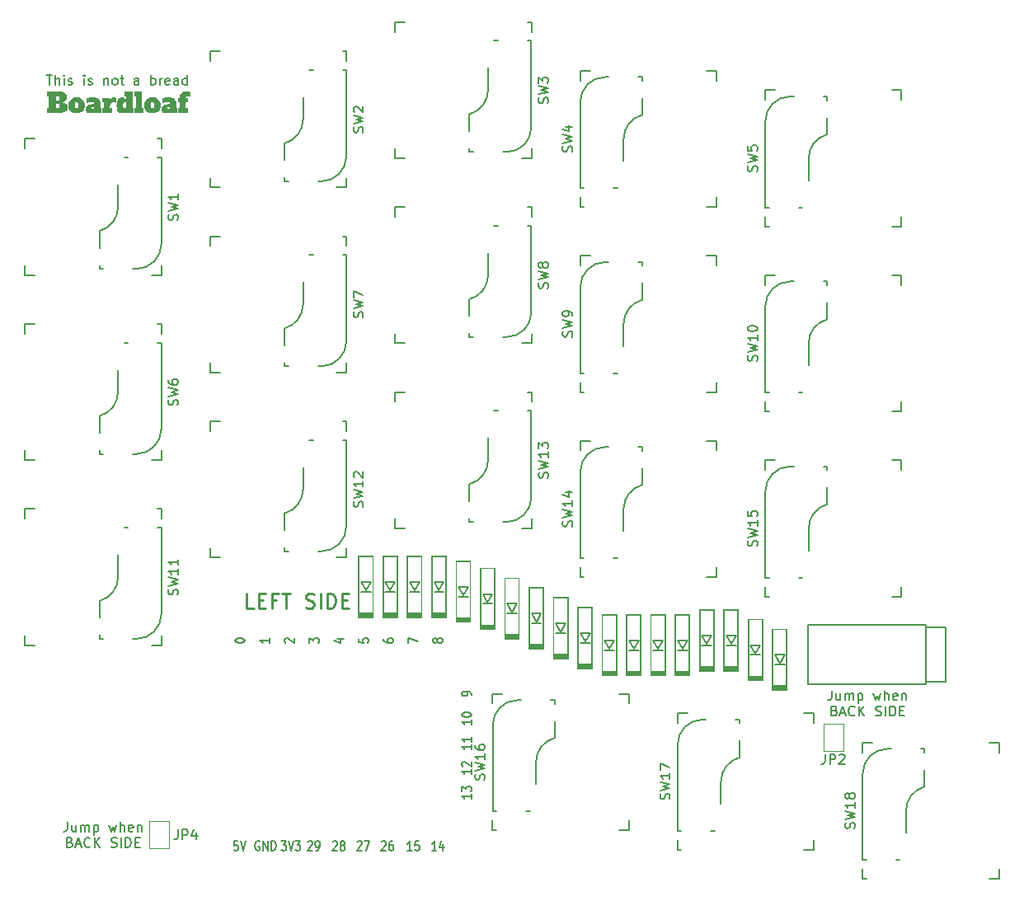
<source format=gbr>
%TF.GenerationSoftware,KiCad,Pcbnew,9.0.4*%
%TF.CreationDate,2025-11-10T09:44:24+09:00*%
%TF.ProjectId,boardloaf,626f6172-646c-46f6-9166-2e6b69636164,rev?*%
%TF.SameCoordinates,Original*%
%TF.FileFunction,Legend,Top*%
%TF.FilePolarity,Positive*%
%FSLAX46Y46*%
G04 Gerber Fmt 4.6, Leading zero omitted, Abs format (unit mm)*
G04 Created by KiCad (PCBNEW 9.0.4) date 2025-11-10 09:44:24*
%MOMM*%
%LPD*%
G01*
G04 APERTURE LIST*
%ADD10C,0.200000*%
%ADD11C,0.250000*%
%ADD12C,0.100000*%
%ADD13C,0.150000*%
%ADD14C,0.120000*%
%ADD15C,0.000000*%
G04 APERTURE END LIST*
D10*
X71833333Y-133147247D02*
X71833333Y-133861532D01*
X71833333Y-133861532D02*
X71785714Y-134004389D01*
X71785714Y-134004389D02*
X71690476Y-134099628D01*
X71690476Y-134099628D02*
X71547619Y-134147247D01*
X71547619Y-134147247D02*
X71452381Y-134147247D01*
X72738095Y-133480580D02*
X72738095Y-134147247D01*
X72309524Y-133480580D02*
X72309524Y-134004389D01*
X72309524Y-134004389D02*
X72357143Y-134099628D01*
X72357143Y-134099628D02*
X72452381Y-134147247D01*
X72452381Y-134147247D02*
X72595238Y-134147247D01*
X72595238Y-134147247D02*
X72690476Y-134099628D01*
X72690476Y-134099628D02*
X72738095Y-134052008D01*
X73214286Y-134147247D02*
X73214286Y-133480580D01*
X73214286Y-133575818D02*
X73261905Y-133528199D01*
X73261905Y-133528199D02*
X73357143Y-133480580D01*
X73357143Y-133480580D02*
X73500000Y-133480580D01*
X73500000Y-133480580D02*
X73595238Y-133528199D01*
X73595238Y-133528199D02*
X73642857Y-133623437D01*
X73642857Y-133623437D02*
X73642857Y-134147247D01*
X73642857Y-133623437D02*
X73690476Y-133528199D01*
X73690476Y-133528199D02*
X73785714Y-133480580D01*
X73785714Y-133480580D02*
X73928571Y-133480580D01*
X73928571Y-133480580D02*
X74023810Y-133528199D01*
X74023810Y-133528199D02*
X74071429Y-133623437D01*
X74071429Y-133623437D02*
X74071429Y-134147247D01*
X74547619Y-133480580D02*
X74547619Y-134480580D01*
X74547619Y-133528199D02*
X74642857Y-133480580D01*
X74642857Y-133480580D02*
X74833333Y-133480580D01*
X74833333Y-133480580D02*
X74928571Y-133528199D01*
X74928571Y-133528199D02*
X74976190Y-133575818D01*
X74976190Y-133575818D02*
X75023809Y-133671056D01*
X75023809Y-133671056D02*
X75023809Y-133956770D01*
X75023809Y-133956770D02*
X74976190Y-134052008D01*
X74976190Y-134052008D02*
X74928571Y-134099628D01*
X74928571Y-134099628D02*
X74833333Y-134147247D01*
X74833333Y-134147247D02*
X74642857Y-134147247D01*
X74642857Y-134147247D02*
X74547619Y-134099628D01*
X76119048Y-133480580D02*
X76309524Y-134147247D01*
X76309524Y-134147247D02*
X76500000Y-133671056D01*
X76500000Y-133671056D02*
X76690476Y-134147247D01*
X76690476Y-134147247D02*
X76880952Y-133480580D01*
X77261905Y-134147247D02*
X77261905Y-133147247D01*
X77690476Y-134147247D02*
X77690476Y-133623437D01*
X77690476Y-133623437D02*
X77642857Y-133528199D01*
X77642857Y-133528199D02*
X77547619Y-133480580D01*
X77547619Y-133480580D02*
X77404762Y-133480580D01*
X77404762Y-133480580D02*
X77309524Y-133528199D01*
X77309524Y-133528199D02*
X77261905Y-133575818D01*
X78547619Y-134099628D02*
X78452381Y-134147247D01*
X78452381Y-134147247D02*
X78261905Y-134147247D01*
X78261905Y-134147247D02*
X78166667Y-134099628D01*
X78166667Y-134099628D02*
X78119048Y-134004389D01*
X78119048Y-134004389D02*
X78119048Y-133623437D01*
X78119048Y-133623437D02*
X78166667Y-133528199D01*
X78166667Y-133528199D02*
X78261905Y-133480580D01*
X78261905Y-133480580D02*
X78452381Y-133480580D01*
X78452381Y-133480580D02*
X78547619Y-133528199D01*
X78547619Y-133528199D02*
X78595238Y-133623437D01*
X78595238Y-133623437D02*
X78595238Y-133718675D01*
X78595238Y-133718675D02*
X78119048Y-133813913D01*
X79023810Y-133480580D02*
X79023810Y-134147247D01*
X79023810Y-133575818D02*
X79071429Y-133528199D01*
X79071429Y-133528199D02*
X79166667Y-133480580D01*
X79166667Y-133480580D02*
X79309524Y-133480580D01*
X79309524Y-133480580D02*
X79404762Y-133528199D01*
X79404762Y-133528199D02*
X79452381Y-133623437D01*
X79452381Y-133623437D02*
X79452381Y-134147247D01*
X72095238Y-135233381D02*
X72238095Y-135281000D01*
X72238095Y-135281000D02*
X72285714Y-135328619D01*
X72285714Y-135328619D02*
X72333333Y-135423857D01*
X72333333Y-135423857D02*
X72333333Y-135566714D01*
X72333333Y-135566714D02*
X72285714Y-135661952D01*
X72285714Y-135661952D02*
X72238095Y-135709572D01*
X72238095Y-135709572D02*
X72142857Y-135757191D01*
X72142857Y-135757191D02*
X71761905Y-135757191D01*
X71761905Y-135757191D02*
X71761905Y-134757191D01*
X71761905Y-134757191D02*
X72095238Y-134757191D01*
X72095238Y-134757191D02*
X72190476Y-134804810D01*
X72190476Y-134804810D02*
X72238095Y-134852429D01*
X72238095Y-134852429D02*
X72285714Y-134947667D01*
X72285714Y-134947667D02*
X72285714Y-135042905D01*
X72285714Y-135042905D02*
X72238095Y-135138143D01*
X72238095Y-135138143D02*
X72190476Y-135185762D01*
X72190476Y-135185762D02*
X72095238Y-135233381D01*
X72095238Y-135233381D02*
X71761905Y-135233381D01*
X72714286Y-135471476D02*
X73190476Y-135471476D01*
X72619048Y-135757191D02*
X72952381Y-134757191D01*
X72952381Y-134757191D02*
X73285714Y-135757191D01*
X74190476Y-135661952D02*
X74142857Y-135709572D01*
X74142857Y-135709572D02*
X74000000Y-135757191D01*
X74000000Y-135757191D02*
X73904762Y-135757191D01*
X73904762Y-135757191D02*
X73761905Y-135709572D01*
X73761905Y-135709572D02*
X73666667Y-135614333D01*
X73666667Y-135614333D02*
X73619048Y-135519095D01*
X73619048Y-135519095D02*
X73571429Y-135328619D01*
X73571429Y-135328619D02*
X73571429Y-135185762D01*
X73571429Y-135185762D02*
X73619048Y-134995286D01*
X73619048Y-134995286D02*
X73666667Y-134900048D01*
X73666667Y-134900048D02*
X73761905Y-134804810D01*
X73761905Y-134804810D02*
X73904762Y-134757191D01*
X73904762Y-134757191D02*
X74000000Y-134757191D01*
X74000000Y-134757191D02*
X74142857Y-134804810D01*
X74142857Y-134804810D02*
X74190476Y-134852429D01*
X74619048Y-135757191D02*
X74619048Y-134757191D01*
X75190476Y-135757191D02*
X74761905Y-135185762D01*
X75190476Y-134757191D02*
X74619048Y-135328619D01*
X76333334Y-135709572D02*
X76476191Y-135757191D01*
X76476191Y-135757191D02*
X76714286Y-135757191D01*
X76714286Y-135757191D02*
X76809524Y-135709572D01*
X76809524Y-135709572D02*
X76857143Y-135661952D01*
X76857143Y-135661952D02*
X76904762Y-135566714D01*
X76904762Y-135566714D02*
X76904762Y-135471476D01*
X76904762Y-135471476D02*
X76857143Y-135376238D01*
X76857143Y-135376238D02*
X76809524Y-135328619D01*
X76809524Y-135328619D02*
X76714286Y-135281000D01*
X76714286Y-135281000D02*
X76523810Y-135233381D01*
X76523810Y-135233381D02*
X76428572Y-135185762D01*
X76428572Y-135185762D02*
X76380953Y-135138143D01*
X76380953Y-135138143D02*
X76333334Y-135042905D01*
X76333334Y-135042905D02*
X76333334Y-134947667D01*
X76333334Y-134947667D02*
X76380953Y-134852429D01*
X76380953Y-134852429D02*
X76428572Y-134804810D01*
X76428572Y-134804810D02*
X76523810Y-134757191D01*
X76523810Y-134757191D02*
X76761905Y-134757191D01*
X76761905Y-134757191D02*
X76904762Y-134804810D01*
X77333334Y-135757191D02*
X77333334Y-134757191D01*
X77809524Y-135757191D02*
X77809524Y-134757191D01*
X77809524Y-134757191D02*
X78047619Y-134757191D01*
X78047619Y-134757191D02*
X78190476Y-134804810D01*
X78190476Y-134804810D02*
X78285714Y-134900048D01*
X78285714Y-134900048D02*
X78333333Y-134995286D01*
X78333333Y-134995286D02*
X78380952Y-135185762D01*
X78380952Y-135185762D02*
X78380952Y-135328619D01*
X78380952Y-135328619D02*
X78333333Y-135519095D01*
X78333333Y-135519095D02*
X78285714Y-135614333D01*
X78285714Y-135614333D02*
X78190476Y-135709572D01*
X78190476Y-135709572D02*
X78047619Y-135757191D01*
X78047619Y-135757191D02*
X77809524Y-135757191D01*
X78809524Y-135233381D02*
X79142857Y-135233381D01*
X79285714Y-135757191D02*
X78809524Y-135757191D01*
X78809524Y-135757191D02*
X78809524Y-134757191D01*
X78809524Y-134757191D02*
X79285714Y-134757191D01*
D11*
X90964098Y-111180928D02*
X90249812Y-111180928D01*
X90249812Y-111180928D02*
X90249812Y-109680928D01*
X91464098Y-110395214D02*
X91964098Y-110395214D01*
X92178384Y-111180928D02*
X91464098Y-111180928D01*
X91464098Y-111180928D02*
X91464098Y-109680928D01*
X91464098Y-109680928D02*
X92178384Y-109680928D01*
X93321241Y-110395214D02*
X92821241Y-110395214D01*
X92821241Y-111180928D02*
X92821241Y-109680928D01*
X92821241Y-109680928D02*
X93535527Y-109680928D01*
X93892670Y-109680928D02*
X94749813Y-109680928D01*
X94321241Y-111180928D02*
X94321241Y-109680928D01*
X96321241Y-111109500D02*
X96535527Y-111180928D01*
X96535527Y-111180928D02*
X96892669Y-111180928D01*
X96892669Y-111180928D02*
X97035527Y-111109500D01*
X97035527Y-111109500D02*
X97106955Y-111038071D01*
X97106955Y-111038071D02*
X97178384Y-110895214D01*
X97178384Y-110895214D02*
X97178384Y-110752357D01*
X97178384Y-110752357D02*
X97106955Y-110609500D01*
X97106955Y-110609500D02*
X97035527Y-110538071D01*
X97035527Y-110538071D02*
X96892669Y-110466642D01*
X96892669Y-110466642D02*
X96606955Y-110395214D01*
X96606955Y-110395214D02*
X96464098Y-110323785D01*
X96464098Y-110323785D02*
X96392669Y-110252357D01*
X96392669Y-110252357D02*
X96321241Y-110109500D01*
X96321241Y-110109500D02*
X96321241Y-109966642D01*
X96321241Y-109966642D02*
X96392669Y-109823785D01*
X96392669Y-109823785D02*
X96464098Y-109752357D01*
X96464098Y-109752357D02*
X96606955Y-109680928D01*
X96606955Y-109680928D02*
X96964098Y-109680928D01*
X96964098Y-109680928D02*
X97178384Y-109752357D01*
X97821240Y-111180928D02*
X97821240Y-109680928D01*
X98535526Y-111180928D02*
X98535526Y-109680928D01*
X98535526Y-109680928D02*
X98892669Y-109680928D01*
X98892669Y-109680928D02*
X99106955Y-109752357D01*
X99106955Y-109752357D02*
X99249812Y-109895214D01*
X99249812Y-109895214D02*
X99321241Y-110038071D01*
X99321241Y-110038071D02*
X99392669Y-110323785D01*
X99392669Y-110323785D02*
X99392669Y-110538071D01*
X99392669Y-110538071D02*
X99321241Y-110823785D01*
X99321241Y-110823785D02*
X99249812Y-110966642D01*
X99249812Y-110966642D02*
X99106955Y-111109500D01*
X99106955Y-111109500D02*
X98892669Y-111180928D01*
X98892669Y-111180928D02*
X98535526Y-111180928D01*
X100035526Y-110395214D02*
X100535526Y-110395214D01*
X100749812Y-111180928D02*
X100035526Y-111180928D01*
X100035526Y-111180928D02*
X100035526Y-109680928D01*
X100035526Y-109680928D02*
X100749812Y-109680928D01*
D10*
X69701753Y-56452219D02*
X70273181Y-56452219D01*
X69987467Y-57452219D02*
X69987467Y-56452219D01*
X70606515Y-57452219D02*
X70606515Y-56452219D01*
X71035086Y-57452219D02*
X71035086Y-56928409D01*
X71035086Y-56928409D02*
X70987467Y-56833171D01*
X70987467Y-56833171D02*
X70892229Y-56785552D01*
X70892229Y-56785552D02*
X70749372Y-56785552D01*
X70749372Y-56785552D02*
X70654134Y-56833171D01*
X70654134Y-56833171D02*
X70606515Y-56880790D01*
X71511277Y-57452219D02*
X71511277Y-56785552D01*
X71511277Y-56452219D02*
X71463658Y-56499838D01*
X71463658Y-56499838D02*
X71511277Y-56547457D01*
X71511277Y-56547457D02*
X71558896Y-56499838D01*
X71558896Y-56499838D02*
X71511277Y-56452219D01*
X71511277Y-56452219D02*
X71511277Y-56547457D01*
X71939848Y-57404600D02*
X72035086Y-57452219D01*
X72035086Y-57452219D02*
X72225562Y-57452219D01*
X72225562Y-57452219D02*
X72320800Y-57404600D01*
X72320800Y-57404600D02*
X72368419Y-57309361D01*
X72368419Y-57309361D02*
X72368419Y-57261742D01*
X72368419Y-57261742D02*
X72320800Y-57166504D01*
X72320800Y-57166504D02*
X72225562Y-57118885D01*
X72225562Y-57118885D02*
X72082705Y-57118885D01*
X72082705Y-57118885D02*
X71987467Y-57071266D01*
X71987467Y-57071266D02*
X71939848Y-56976028D01*
X71939848Y-56976028D02*
X71939848Y-56928409D01*
X71939848Y-56928409D02*
X71987467Y-56833171D01*
X71987467Y-56833171D02*
X72082705Y-56785552D01*
X72082705Y-56785552D02*
X72225562Y-56785552D01*
X72225562Y-56785552D02*
X72320800Y-56833171D01*
X73558896Y-57452219D02*
X73558896Y-56785552D01*
X73558896Y-56452219D02*
X73511277Y-56499838D01*
X73511277Y-56499838D02*
X73558896Y-56547457D01*
X73558896Y-56547457D02*
X73606515Y-56499838D01*
X73606515Y-56499838D02*
X73558896Y-56452219D01*
X73558896Y-56452219D02*
X73558896Y-56547457D01*
X73987467Y-57404600D02*
X74082705Y-57452219D01*
X74082705Y-57452219D02*
X74273181Y-57452219D01*
X74273181Y-57452219D02*
X74368419Y-57404600D01*
X74368419Y-57404600D02*
X74416038Y-57309361D01*
X74416038Y-57309361D02*
X74416038Y-57261742D01*
X74416038Y-57261742D02*
X74368419Y-57166504D01*
X74368419Y-57166504D02*
X74273181Y-57118885D01*
X74273181Y-57118885D02*
X74130324Y-57118885D01*
X74130324Y-57118885D02*
X74035086Y-57071266D01*
X74035086Y-57071266D02*
X73987467Y-56976028D01*
X73987467Y-56976028D02*
X73987467Y-56928409D01*
X73987467Y-56928409D02*
X74035086Y-56833171D01*
X74035086Y-56833171D02*
X74130324Y-56785552D01*
X74130324Y-56785552D02*
X74273181Y-56785552D01*
X74273181Y-56785552D02*
X74368419Y-56833171D01*
X75606515Y-56785552D02*
X75606515Y-57452219D01*
X75606515Y-56880790D02*
X75654134Y-56833171D01*
X75654134Y-56833171D02*
X75749372Y-56785552D01*
X75749372Y-56785552D02*
X75892229Y-56785552D01*
X75892229Y-56785552D02*
X75987467Y-56833171D01*
X75987467Y-56833171D02*
X76035086Y-56928409D01*
X76035086Y-56928409D02*
X76035086Y-57452219D01*
X76654134Y-57452219D02*
X76558896Y-57404600D01*
X76558896Y-57404600D02*
X76511277Y-57356980D01*
X76511277Y-57356980D02*
X76463658Y-57261742D01*
X76463658Y-57261742D02*
X76463658Y-56976028D01*
X76463658Y-56976028D02*
X76511277Y-56880790D01*
X76511277Y-56880790D02*
X76558896Y-56833171D01*
X76558896Y-56833171D02*
X76654134Y-56785552D01*
X76654134Y-56785552D02*
X76796991Y-56785552D01*
X76796991Y-56785552D02*
X76892229Y-56833171D01*
X76892229Y-56833171D02*
X76939848Y-56880790D01*
X76939848Y-56880790D02*
X76987467Y-56976028D01*
X76987467Y-56976028D02*
X76987467Y-57261742D01*
X76987467Y-57261742D02*
X76939848Y-57356980D01*
X76939848Y-57356980D02*
X76892229Y-57404600D01*
X76892229Y-57404600D02*
X76796991Y-57452219D01*
X76796991Y-57452219D02*
X76654134Y-57452219D01*
X77273182Y-56785552D02*
X77654134Y-56785552D01*
X77416039Y-56452219D02*
X77416039Y-57309361D01*
X77416039Y-57309361D02*
X77463658Y-57404600D01*
X77463658Y-57404600D02*
X77558896Y-57452219D01*
X77558896Y-57452219D02*
X77654134Y-57452219D01*
X79177944Y-57452219D02*
X79177944Y-56928409D01*
X79177944Y-56928409D02*
X79130325Y-56833171D01*
X79130325Y-56833171D02*
X79035087Y-56785552D01*
X79035087Y-56785552D02*
X78844611Y-56785552D01*
X78844611Y-56785552D02*
X78749373Y-56833171D01*
X79177944Y-57404600D02*
X79082706Y-57452219D01*
X79082706Y-57452219D02*
X78844611Y-57452219D01*
X78844611Y-57452219D02*
X78749373Y-57404600D01*
X78749373Y-57404600D02*
X78701754Y-57309361D01*
X78701754Y-57309361D02*
X78701754Y-57214123D01*
X78701754Y-57214123D02*
X78749373Y-57118885D01*
X78749373Y-57118885D02*
X78844611Y-57071266D01*
X78844611Y-57071266D02*
X79082706Y-57071266D01*
X79082706Y-57071266D02*
X79177944Y-57023647D01*
X80416040Y-57452219D02*
X80416040Y-56452219D01*
X80416040Y-56833171D02*
X80511278Y-56785552D01*
X80511278Y-56785552D02*
X80701754Y-56785552D01*
X80701754Y-56785552D02*
X80796992Y-56833171D01*
X80796992Y-56833171D02*
X80844611Y-56880790D01*
X80844611Y-56880790D02*
X80892230Y-56976028D01*
X80892230Y-56976028D02*
X80892230Y-57261742D01*
X80892230Y-57261742D02*
X80844611Y-57356980D01*
X80844611Y-57356980D02*
X80796992Y-57404600D01*
X80796992Y-57404600D02*
X80701754Y-57452219D01*
X80701754Y-57452219D02*
X80511278Y-57452219D01*
X80511278Y-57452219D02*
X80416040Y-57404600D01*
X81320802Y-57452219D02*
X81320802Y-56785552D01*
X81320802Y-56976028D02*
X81368421Y-56880790D01*
X81368421Y-56880790D02*
X81416040Y-56833171D01*
X81416040Y-56833171D02*
X81511278Y-56785552D01*
X81511278Y-56785552D02*
X81606516Y-56785552D01*
X82320802Y-57404600D02*
X82225564Y-57452219D01*
X82225564Y-57452219D02*
X82035088Y-57452219D01*
X82035088Y-57452219D02*
X81939850Y-57404600D01*
X81939850Y-57404600D02*
X81892231Y-57309361D01*
X81892231Y-57309361D02*
X81892231Y-56928409D01*
X81892231Y-56928409D02*
X81939850Y-56833171D01*
X81939850Y-56833171D02*
X82035088Y-56785552D01*
X82035088Y-56785552D02*
X82225564Y-56785552D01*
X82225564Y-56785552D02*
X82320802Y-56833171D01*
X82320802Y-56833171D02*
X82368421Y-56928409D01*
X82368421Y-56928409D02*
X82368421Y-57023647D01*
X82368421Y-57023647D02*
X81892231Y-57118885D01*
X83225564Y-57452219D02*
X83225564Y-56928409D01*
X83225564Y-56928409D02*
X83177945Y-56833171D01*
X83177945Y-56833171D02*
X83082707Y-56785552D01*
X83082707Y-56785552D02*
X82892231Y-56785552D01*
X82892231Y-56785552D02*
X82796993Y-56833171D01*
X83225564Y-57404600D02*
X83130326Y-57452219D01*
X83130326Y-57452219D02*
X82892231Y-57452219D01*
X82892231Y-57452219D02*
X82796993Y-57404600D01*
X82796993Y-57404600D02*
X82749374Y-57309361D01*
X82749374Y-57309361D02*
X82749374Y-57214123D01*
X82749374Y-57214123D02*
X82796993Y-57118885D01*
X82796993Y-57118885D02*
X82892231Y-57071266D01*
X82892231Y-57071266D02*
X83130326Y-57071266D01*
X83130326Y-57071266D02*
X83225564Y-57023647D01*
X84130326Y-57452219D02*
X84130326Y-56452219D01*
X84130326Y-57404600D02*
X84035088Y-57452219D01*
X84035088Y-57452219D02*
X83844612Y-57452219D01*
X83844612Y-57452219D02*
X83749374Y-57404600D01*
X83749374Y-57404600D02*
X83701755Y-57356980D01*
X83701755Y-57356980D02*
X83654136Y-57261742D01*
X83654136Y-57261742D02*
X83654136Y-56976028D01*
X83654136Y-56976028D02*
X83701755Y-56880790D01*
X83701755Y-56880790D02*
X83749374Y-56833171D01*
X83749374Y-56833171D02*
X83844612Y-56785552D01*
X83844612Y-56785552D02*
X84035088Y-56785552D01*
X84035088Y-56785552D02*
X84130326Y-56833171D01*
D12*
G36*
X71250970Y-58161981D02*
G01*
X71397962Y-58190833D01*
X71519368Y-58235497D01*
X71619348Y-58294480D01*
X71704796Y-58373203D01*
X71765130Y-58465518D01*
X71802289Y-58574099D01*
X71815353Y-58703220D01*
X71806041Y-58810957D01*
X71779559Y-58902867D01*
X71736951Y-58981901D01*
X71650284Y-59082738D01*
X71553524Y-59152627D01*
X71448034Y-59201426D01*
X71350559Y-59229563D01*
X71350559Y-59257651D01*
X71479829Y-59280623D01*
X71598730Y-59322577D01*
X71708985Y-59383681D01*
X71775376Y-59443178D01*
X71824675Y-59522801D01*
X71856771Y-59627513D01*
X71868598Y-59764455D01*
X71858868Y-59880773D01*
X71831341Y-59979056D01*
X71787349Y-60062619D01*
X71726622Y-60133889D01*
X71647314Y-60194200D01*
X71535376Y-60250826D01*
X71404590Y-60293306D01*
X71251824Y-60320387D01*
X71073465Y-60330000D01*
X69788259Y-60330000D01*
X69788259Y-59870823D01*
X69928210Y-59870823D01*
X70712230Y-59870823D01*
X70882956Y-59870823D01*
X70956513Y-59859065D01*
X71004711Y-59827470D01*
X71033982Y-59775698D01*
X71045377Y-59691549D01*
X71045377Y-59568450D01*
X71033978Y-59484321D01*
X71004711Y-59432651D01*
X70956501Y-59400963D01*
X70882956Y-59389176D01*
X70712230Y-59389176D01*
X70712230Y-59870823D01*
X69928210Y-59870823D01*
X69928210Y-59069951D01*
X70712230Y-59069951D01*
X70863416Y-59069951D01*
X70936974Y-59058193D01*
X70985171Y-59026598D01*
X71014438Y-58974928D01*
X71025838Y-58890799D01*
X71025838Y-58790048D01*
X71014438Y-58705919D01*
X70985171Y-58654249D01*
X70936962Y-58622561D01*
X70863416Y-58610774D01*
X70712230Y-58610774D01*
X70712230Y-59069951D01*
X69928210Y-59069951D01*
X69928210Y-58610774D01*
X69788259Y-58610774D01*
X69788259Y-58151598D01*
X71073465Y-58151598D01*
X71250970Y-58161981D01*
G37*
G36*
X72950002Y-58743663D02*
G01*
X73091506Y-58771026D01*
X73213634Y-58814243D01*
X73319161Y-58872366D01*
X73410259Y-58945387D01*
X73487103Y-59033364D01*
X73547924Y-59135506D01*
X73592986Y-59253946D01*
X73621475Y-59391511D01*
X73631543Y-59551598D01*
X73621279Y-59714203D01*
X73592314Y-59853096D01*
X73546620Y-59971908D01*
X73485084Y-60073660D01*
X73407450Y-60160617D01*
X73315306Y-60232852D01*
X73209376Y-60290254D01*
X73087625Y-60332837D01*
X72947464Y-60359725D01*
X72785852Y-60369200D01*
X72624239Y-60359725D01*
X72484079Y-60332837D01*
X72362327Y-60290254D01*
X72256397Y-60232852D01*
X72164254Y-60160617D01*
X72086667Y-60073667D01*
X72025164Y-59971919D01*
X71979494Y-59853107D01*
X71950542Y-59714210D01*
X71940283Y-59551598D01*
X71949112Y-59411646D01*
X72623430Y-59411646D01*
X72623430Y-59691549D01*
X72634795Y-59775710D01*
X72663975Y-59827470D01*
X72712273Y-59859069D01*
X72785852Y-59870823D01*
X72859409Y-59859065D01*
X72907607Y-59827470D01*
X72936878Y-59775698D01*
X72948273Y-59691549D01*
X72948273Y-59411646D01*
X72936874Y-59327517D01*
X72907607Y-59275847D01*
X72859397Y-59244159D01*
X72785852Y-59232372D01*
X72712285Y-59244154D01*
X72663975Y-59275847D01*
X72634799Y-59327505D01*
X72623430Y-59411646D01*
X71949112Y-59411646D01*
X71950542Y-59388985D01*
X71979494Y-59250088D01*
X72025164Y-59131276D01*
X72086667Y-59029528D01*
X72164254Y-58942578D01*
X72256397Y-58870343D01*
X72362327Y-58812941D01*
X72484079Y-58770358D01*
X72624239Y-58743470D01*
X72785852Y-58733995D01*
X72950002Y-58743663D01*
G37*
G36*
X74669022Y-58745926D02*
G01*
X74833818Y-58777873D01*
X74957904Y-58825221D01*
X75049739Y-58885181D01*
X75124975Y-58966584D01*
X75180535Y-59068384D01*
X75216141Y-59195075D01*
X75229013Y-59352784D01*
X75229013Y-59870823D01*
X75352233Y-59870823D01*
X75352233Y-60330000D01*
X74613032Y-60330000D01*
X74613032Y-60139612D01*
X74541114Y-60222476D01*
X74440719Y-60299225D01*
X74364162Y-60337143D01*
X74275022Y-60360847D01*
X74170587Y-60369200D01*
X74034887Y-60355545D01*
X73926784Y-60317575D01*
X73840248Y-60257215D01*
X73789009Y-60197584D01*
X73751687Y-60126626D01*
X73728188Y-60042063D01*
X73719836Y-59940799D01*
X73732112Y-59824154D01*
X73733446Y-59820387D01*
X74349861Y-59820387D01*
X74357450Y-59864147D01*
X74379170Y-59897445D01*
X74413217Y-59918943D01*
X74461846Y-59926755D01*
X74507018Y-59919788D01*
X74543623Y-59899678D01*
X74573831Y-59865205D01*
X74602091Y-59795892D01*
X74613032Y-59691549D01*
X74613032Y-59674818D01*
X74494943Y-59684368D01*
X74418371Y-59708401D01*
X74380090Y-59736005D01*
X74357739Y-59772366D01*
X74349861Y-59820387D01*
X73733446Y-59820387D01*
X73767262Y-59724880D01*
X73824925Y-59639154D01*
X73907591Y-59564706D01*
X74020316Y-59501099D01*
X74170267Y-59449753D01*
X74366296Y-59413758D01*
X74618650Y-59397602D01*
X74605743Y-59337941D01*
X74581314Y-59296002D01*
X74545744Y-59267421D01*
X74469523Y-59242947D01*
X74327390Y-59232372D01*
X74199458Y-59238770D01*
X74057136Y-59258995D01*
X73916726Y-59290770D01*
X73792621Y-59330436D01*
X73792621Y-58815205D01*
X73944409Y-58782851D01*
X74114533Y-58756465D01*
X74287295Y-58739532D01*
X74453420Y-58733995D01*
X74669022Y-58745926D01*
G37*
G36*
X76636829Y-58733995D02*
G01*
X76743196Y-58745230D01*
X76827216Y-58773196D01*
X76827216Y-59307965D01*
X76709077Y-59272504D01*
X76580775Y-59260460D01*
X76466751Y-59271898D01*
X76378133Y-59303368D01*
X76309177Y-59352906D01*
X76258443Y-59420408D01*
X76225963Y-59509609D01*
X76214044Y-59627191D01*
X76214044Y-59870823D01*
X76465981Y-59870823D01*
X76465981Y-60330000D01*
X75446878Y-60330000D01*
X75446878Y-59870823D01*
X75569976Y-59870823D01*
X75569976Y-59232372D01*
X75446878Y-59232372D01*
X75446878Y-58773196D01*
X76214044Y-58773196D01*
X76214044Y-58977627D01*
X76299981Y-58871717D01*
X76393196Y-58797009D01*
X76462979Y-58762783D01*
X76543432Y-58741474D01*
X76636829Y-58733995D01*
G37*
G36*
X78546075Y-59870823D02*
G01*
X78669296Y-59870823D01*
X78669296Y-60330000D01*
X77902007Y-60330000D01*
X77902007Y-60139612D01*
X77823441Y-60222936D01*
X77721389Y-60299225D01*
X77645062Y-60337739D01*
X77561230Y-60361153D01*
X77468109Y-60369200D01*
X77329562Y-60354914D01*
X77214762Y-60314488D01*
X77118675Y-60249076D01*
X77038242Y-60156465D01*
X76979362Y-60048695D01*
X76934192Y-59915490D01*
X76904706Y-59751762D01*
X76894016Y-59551598D01*
X76901491Y-59411646D01*
X77577286Y-59411646D01*
X77577286Y-59691549D01*
X77588650Y-59775710D01*
X77617830Y-59827470D01*
X77666129Y-59859069D01*
X77739707Y-59870823D01*
X77813158Y-59859069D01*
X77861340Y-59827470D01*
X77890612Y-59775698D01*
X77902007Y-59691549D01*
X77902007Y-59411646D01*
X77890607Y-59327517D01*
X77861340Y-59275847D01*
X77813146Y-59244154D01*
X77739707Y-59232372D01*
X77666141Y-59244154D01*
X77617830Y-59275847D01*
X77588655Y-59327505D01*
X77577286Y-59411646D01*
X76901491Y-59411646D01*
X76904707Y-59351427D01*
X76934196Y-59187722D01*
X76979367Y-59054562D01*
X77038242Y-58946852D01*
X77118683Y-58854181D01*
X77214773Y-58788733D01*
X77329570Y-58748287D01*
X77468109Y-58733995D01*
X77561230Y-58742042D01*
X77645062Y-58765456D01*
X77721389Y-58803970D01*
X77823441Y-58880259D01*
X77902007Y-58963583D01*
X77902007Y-58610774D01*
X77736898Y-58610774D01*
X77736898Y-58151598D01*
X78546075Y-58151598D01*
X78546075Y-59870823D01*
G37*
G36*
X78757101Y-60332808D02*
G01*
X78757101Y-59870823D01*
X78880321Y-59870823D01*
X78880321Y-58610774D01*
X78757101Y-58610774D01*
X78757101Y-58151598D01*
X79524268Y-58151598D01*
X79524268Y-59870823D01*
X79647488Y-59870823D01*
X79647488Y-60332808D01*
X78757101Y-60332808D01*
G37*
G36*
X80734510Y-58743663D02*
G01*
X80876014Y-58771026D01*
X80998142Y-58814243D01*
X81103669Y-58872366D01*
X81194767Y-58945387D01*
X81271611Y-59033364D01*
X81332432Y-59135506D01*
X81377494Y-59253946D01*
X81405983Y-59391511D01*
X81416051Y-59551598D01*
X81405787Y-59714203D01*
X81376822Y-59853096D01*
X81331128Y-59971908D01*
X81269592Y-60073660D01*
X81191958Y-60160617D01*
X81099814Y-60232852D01*
X80993884Y-60290254D01*
X80872133Y-60332837D01*
X80731972Y-60359725D01*
X80570360Y-60369200D01*
X80408747Y-60359725D01*
X80268587Y-60332837D01*
X80146835Y-60290254D01*
X80040905Y-60232852D01*
X79948762Y-60160617D01*
X79871175Y-60073667D01*
X79809672Y-59971919D01*
X79764002Y-59853107D01*
X79735050Y-59714210D01*
X79724791Y-59551598D01*
X79733620Y-59411646D01*
X80407938Y-59411646D01*
X80407938Y-59691549D01*
X80419303Y-59775710D01*
X80448483Y-59827470D01*
X80496781Y-59859069D01*
X80570360Y-59870823D01*
X80643917Y-59859065D01*
X80692115Y-59827470D01*
X80721386Y-59775698D01*
X80732781Y-59691549D01*
X80732781Y-59411646D01*
X80721382Y-59327517D01*
X80692115Y-59275847D01*
X80643905Y-59244159D01*
X80570360Y-59232372D01*
X80496793Y-59244154D01*
X80448483Y-59275847D01*
X80419307Y-59327505D01*
X80407938Y-59411646D01*
X79733620Y-59411646D01*
X79735050Y-59388985D01*
X79764002Y-59250088D01*
X79809672Y-59131276D01*
X79871175Y-59029528D01*
X79948762Y-58942578D01*
X80040905Y-58870343D01*
X80146835Y-58812941D01*
X80268587Y-58770358D01*
X80408747Y-58743470D01*
X80570360Y-58733995D01*
X80734510Y-58743663D01*
G37*
G36*
X82453530Y-58745926D02*
G01*
X82618326Y-58777873D01*
X82742412Y-58825221D01*
X82834247Y-58885181D01*
X82909483Y-58966584D01*
X82965043Y-59068384D01*
X83000649Y-59195075D01*
X83013521Y-59352784D01*
X83013521Y-59870823D01*
X83136741Y-59870823D01*
X83136741Y-60330000D01*
X82397540Y-60330000D01*
X82397540Y-60139612D01*
X82325622Y-60222476D01*
X82225227Y-60299225D01*
X82148670Y-60337143D01*
X82059530Y-60360847D01*
X81955095Y-60369200D01*
X81819395Y-60355545D01*
X81711292Y-60317575D01*
X81624756Y-60257215D01*
X81573517Y-60197584D01*
X81536195Y-60126626D01*
X81512696Y-60042063D01*
X81504344Y-59940799D01*
X81516620Y-59824154D01*
X81517954Y-59820387D01*
X82134369Y-59820387D01*
X82141958Y-59864147D01*
X82163678Y-59897445D01*
X82197725Y-59918943D01*
X82246354Y-59926755D01*
X82291526Y-59919788D01*
X82328131Y-59899678D01*
X82358339Y-59865205D01*
X82386599Y-59795892D01*
X82397540Y-59691549D01*
X82397540Y-59674818D01*
X82279451Y-59684368D01*
X82202879Y-59708401D01*
X82164598Y-59736005D01*
X82142247Y-59772366D01*
X82134369Y-59820387D01*
X81517954Y-59820387D01*
X81551770Y-59724880D01*
X81609433Y-59639154D01*
X81692099Y-59564706D01*
X81804824Y-59501099D01*
X81954775Y-59449753D01*
X82150804Y-59413758D01*
X82403158Y-59397602D01*
X82390251Y-59337941D01*
X82365822Y-59296002D01*
X82330252Y-59267421D01*
X82254031Y-59242947D01*
X82111898Y-59232372D01*
X81983966Y-59238770D01*
X81841644Y-59258995D01*
X81701234Y-59290770D01*
X81577129Y-59330436D01*
X81577129Y-58815205D01*
X81728917Y-58782851D01*
X81899041Y-58756465D01*
X82071803Y-58739532D01*
X82237928Y-58733995D01*
X82453530Y-58745926D01*
G37*
G36*
X83225768Y-59870823D02*
G01*
X83348988Y-59870823D01*
X83348988Y-59232372D01*
X83225768Y-59232372D01*
X83225768Y-58773196D01*
X83354484Y-58773196D01*
X83366823Y-58600742D01*
X83400605Y-58464109D01*
X83452429Y-58356344D01*
X83521058Y-58272009D01*
X83608421Y-58205449D01*
X83715574Y-58155783D01*
X83846668Y-58123885D01*
X84006979Y-58112397D01*
X84156878Y-58118342D01*
X84282729Y-58134867D01*
X84395728Y-58160836D01*
X84460538Y-58185181D01*
X84460538Y-58624818D01*
X84186131Y-58610774D01*
X84086993Y-58621607D01*
X84034945Y-58647166D01*
X84004841Y-58692846D01*
X83992935Y-58773196D01*
X84211288Y-58773196D01*
X84211288Y-59232372D01*
X83992935Y-59232372D01*
X83992935Y-59870823D01*
X84211288Y-59870823D01*
X84211288Y-60330000D01*
X83225768Y-60330000D01*
X83225768Y-59870823D01*
G37*
D10*
X150333333Y-119647247D02*
X150333333Y-120361532D01*
X150333333Y-120361532D02*
X150285714Y-120504389D01*
X150285714Y-120504389D02*
X150190476Y-120599628D01*
X150190476Y-120599628D02*
X150047619Y-120647247D01*
X150047619Y-120647247D02*
X149952381Y-120647247D01*
X151238095Y-119980580D02*
X151238095Y-120647247D01*
X150809524Y-119980580D02*
X150809524Y-120504389D01*
X150809524Y-120504389D02*
X150857143Y-120599628D01*
X150857143Y-120599628D02*
X150952381Y-120647247D01*
X150952381Y-120647247D02*
X151095238Y-120647247D01*
X151095238Y-120647247D02*
X151190476Y-120599628D01*
X151190476Y-120599628D02*
X151238095Y-120552008D01*
X151714286Y-120647247D02*
X151714286Y-119980580D01*
X151714286Y-120075818D02*
X151761905Y-120028199D01*
X151761905Y-120028199D02*
X151857143Y-119980580D01*
X151857143Y-119980580D02*
X152000000Y-119980580D01*
X152000000Y-119980580D02*
X152095238Y-120028199D01*
X152095238Y-120028199D02*
X152142857Y-120123437D01*
X152142857Y-120123437D02*
X152142857Y-120647247D01*
X152142857Y-120123437D02*
X152190476Y-120028199D01*
X152190476Y-120028199D02*
X152285714Y-119980580D01*
X152285714Y-119980580D02*
X152428571Y-119980580D01*
X152428571Y-119980580D02*
X152523810Y-120028199D01*
X152523810Y-120028199D02*
X152571429Y-120123437D01*
X152571429Y-120123437D02*
X152571429Y-120647247D01*
X153047619Y-119980580D02*
X153047619Y-120980580D01*
X153047619Y-120028199D02*
X153142857Y-119980580D01*
X153142857Y-119980580D02*
X153333333Y-119980580D01*
X153333333Y-119980580D02*
X153428571Y-120028199D01*
X153428571Y-120028199D02*
X153476190Y-120075818D01*
X153476190Y-120075818D02*
X153523809Y-120171056D01*
X153523809Y-120171056D02*
X153523809Y-120456770D01*
X153523809Y-120456770D02*
X153476190Y-120552008D01*
X153476190Y-120552008D02*
X153428571Y-120599628D01*
X153428571Y-120599628D02*
X153333333Y-120647247D01*
X153333333Y-120647247D02*
X153142857Y-120647247D01*
X153142857Y-120647247D02*
X153047619Y-120599628D01*
X154619048Y-119980580D02*
X154809524Y-120647247D01*
X154809524Y-120647247D02*
X155000000Y-120171056D01*
X155000000Y-120171056D02*
X155190476Y-120647247D01*
X155190476Y-120647247D02*
X155380952Y-119980580D01*
X155761905Y-120647247D02*
X155761905Y-119647247D01*
X156190476Y-120647247D02*
X156190476Y-120123437D01*
X156190476Y-120123437D02*
X156142857Y-120028199D01*
X156142857Y-120028199D02*
X156047619Y-119980580D01*
X156047619Y-119980580D02*
X155904762Y-119980580D01*
X155904762Y-119980580D02*
X155809524Y-120028199D01*
X155809524Y-120028199D02*
X155761905Y-120075818D01*
X157047619Y-120599628D02*
X156952381Y-120647247D01*
X156952381Y-120647247D02*
X156761905Y-120647247D01*
X156761905Y-120647247D02*
X156666667Y-120599628D01*
X156666667Y-120599628D02*
X156619048Y-120504389D01*
X156619048Y-120504389D02*
X156619048Y-120123437D01*
X156619048Y-120123437D02*
X156666667Y-120028199D01*
X156666667Y-120028199D02*
X156761905Y-119980580D01*
X156761905Y-119980580D02*
X156952381Y-119980580D01*
X156952381Y-119980580D02*
X157047619Y-120028199D01*
X157047619Y-120028199D02*
X157095238Y-120123437D01*
X157095238Y-120123437D02*
X157095238Y-120218675D01*
X157095238Y-120218675D02*
X156619048Y-120313913D01*
X157523810Y-119980580D02*
X157523810Y-120647247D01*
X157523810Y-120075818D02*
X157571429Y-120028199D01*
X157571429Y-120028199D02*
X157666667Y-119980580D01*
X157666667Y-119980580D02*
X157809524Y-119980580D01*
X157809524Y-119980580D02*
X157904762Y-120028199D01*
X157904762Y-120028199D02*
X157952381Y-120123437D01*
X157952381Y-120123437D02*
X157952381Y-120647247D01*
X150595238Y-121733381D02*
X150738095Y-121781000D01*
X150738095Y-121781000D02*
X150785714Y-121828619D01*
X150785714Y-121828619D02*
X150833333Y-121923857D01*
X150833333Y-121923857D02*
X150833333Y-122066714D01*
X150833333Y-122066714D02*
X150785714Y-122161952D01*
X150785714Y-122161952D02*
X150738095Y-122209572D01*
X150738095Y-122209572D02*
X150642857Y-122257191D01*
X150642857Y-122257191D02*
X150261905Y-122257191D01*
X150261905Y-122257191D02*
X150261905Y-121257191D01*
X150261905Y-121257191D02*
X150595238Y-121257191D01*
X150595238Y-121257191D02*
X150690476Y-121304810D01*
X150690476Y-121304810D02*
X150738095Y-121352429D01*
X150738095Y-121352429D02*
X150785714Y-121447667D01*
X150785714Y-121447667D02*
X150785714Y-121542905D01*
X150785714Y-121542905D02*
X150738095Y-121638143D01*
X150738095Y-121638143D02*
X150690476Y-121685762D01*
X150690476Y-121685762D02*
X150595238Y-121733381D01*
X150595238Y-121733381D02*
X150261905Y-121733381D01*
X151214286Y-121971476D02*
X151690476Y-121971476D01*
X151119048Y-122257191D02*
X151452381Y-121257191D01*
X151452381Y-121257191D02*
X151785714Y-122257191D01*
X152690476Y-122161952D02*
X152642857Y-122209572D01*
X152642857Y-122209572D02*
X152500000Y-122257191D01*
X152500000Y-122257191D02*
X152404762Y-122257191D01*
X152404762Y-122257191D02*
X152261905Y-122209572D01*
X152261905Y-122209572D02*
X152166667Y-122114333D01*
X152166667Y-122114333D02*
X152119048Y-122019095D01*
X152119048Y-122019095D02*
X152071429Y-121828619D01*
X152071429Y-121828619D02*
X152071429Y-121685762D01*
X152071429Y-121685762D02*
X152119048Y-121495286D01*
X152119048Y-121495286D02*
X152166667Y-121400048D01*
X152166667Y-121400048D02*
X152261905Y-121304810D01*
X152261905Y-121304810D02*
X152404762Y-121257191D01*
X152404762Y-121257191D02*
X152500000Y-121257191D01*
X152500000Y-121257191D02*
X152642857Y-121304810D01*
X152642857Y-121304810D02*
X152690476Y-121352429D01*
X153119048Y-122257191D02*
X153119048Y-121257191D01*
X153690476Y-122257191D02*
X153261905Y-121685762D01*
X153690476Y-121257191D02*
X153119048Y-121828619D01*
X154833334Y-122209572D02*
X154976191Y-122257191D01*
X154976191Y-122257191D02*
X155214286Y-122257191D01*
X155214286Y-122257191D02*
X155309524Y-122209572D01*
X155309524Y-122209572D02*
X155357143Y-122161952D01*
X155357143Y-122161952D02*
X155404762Y-122066714D01*
X155404762Y-122066714D02*
X155404762Y-121971476D01*
X155404762Y-121971476D02*
X155357143Y-121876238D01*
X155357143Y-121876238D02*
X155309524Y-121828619D01*
X155309524Y-121828619D02*
X155214286Y-121781000D01*
X155214286Y-121781000D02*
X155023810Y-121733381D01*
X155023810Y-121733381D02*
X154928572Y-121685762D01*
X154928572Y-121685762D02*
X154880953Y-121638143D01*
X154880953Y-121638143D02*
X154833334Y-121542905D01*
X154833334Y-121542905D02*
X154833334Y-121447667D01*
X154833334Y-121447667D02*
X154880953Y-121352429D01*
X154880953Y-121352429D02*
X154928572Y-121304810D01*
X154928572Y-121304810D02*
X155023810Y-121257191D01*
X155023810Y-121257191D02*
X155261905Y-121257191D01*
X155261905Y-121257191D02*
X155404762Y-121304810D01*
X155833334Y-122257191D02*
X155833334Y-121257191D01*
X156309524Y-122257191D02*
X156309524Y-121257191D01*
X156309524Y-121257191D02*
X156547619Y-121257191D01*
X156547619Y-121257191D02*
X156690476Y-121304810D01*
X156690476Y-121304810D02*
X156785714Y-121400048D01*
X156785714Y-121400048D02*
X156833333Y-121495286D01*
X156833333Y-121495286D02*
X156880952Y-121685762D01*
X156880952Y-121685762D02*
X156880952Y-121828619D01*
X156880952Y-121828619D02*
X156833333Y-122019095D01*
X156833333Y-122019095D02*
X156785714Y-122114333D01*
X156785714Y-122114333D02*
X156690476Y-122209572D01*
X156690476Y-122209572D02*
X156547619Y-122257191D01*
X156547619Y-122257191D02*
X156309524Y-122257191D01*
X157309524Y-121733381D02*
X157642857Y-121733381D01*
X157785714Y-122257191D02*
X157309524Y-122257191D01*
X157309524Y-122257191D02*
X157309524Y-121257191D01*
X157309524Y-121257191D02*
X157785714Y-121257191D01*
D13*
X83166666Y-133954819D02*
X83166666Y-134669104D01*
X83166666Y-134669104D02*
X83119047Y-134811961D01*
X83119047Y-134811961D02*
X83023809Y-134907200D01*
X83023809Y-134907200D02*
X82880952Y-134954819D01*
X82880952Y-134954819D02*
X82785714Y-134954819D01*
X83642857Y-134954819D02*
X83642857Y-133954819D01*
X83642857Y-133954819D02*
X84023809Y-133954819D01*
X84023809Y-133954819D02*
X84119047Y-134002438D01*
X84119047Y-134002438D02*
X84166666Y-134050057D01*
X84166666Y-134050057D02*
X84214285Y-134145295D01*
X84214285Y-134145295D02*
X84214285Y-134288152D01*
X84214285Y-134288152D02*
X84166666Y-134383390D01*
X84166666Y-134383390D02*
X84119047Y-134431009D01*
X84119047Y-134431009D02*
X84023809Y-134478628D01*
X84023809Y-134478628D02*
X83642857Y-134478628D01*
X85071428Y-134288152D02*
X85071428Y-134954819D01*
X84833333Y-133907200D02*
X84595238Y-134621485D01*
X84595238Y-134621485D02*
X85214285Y-134621485D01*
X114652200Y-128809523D02*
X114699819Y-128666666D01*
X114699819Y-128666666D02*
X114699819Y-128428571D01*
X114699819Y-128428571D02*
X114652200Y-128333333D01*
X114652200Y-128333333D02*
X114604580Y-128285714D01*
X114604580Y-128285714D02*
X114509342Y-128238095D01*
X114509342Y-128238095D02*
X114414104Y-128238095D01*
X114414104Y-128238095D02*
X114318866Y-128285714D01*
X114318866Y-128285714D02*
X114271247Y-128333333D01*
X114271247Y-128333333D02*
X114223628Y-128428571D01*
X114223628Y-128428571D02*
X114176009Y-128619047D01*
X114176009Y-128619047D02*
X114128390Y-128714285D01*
X114128390Y-128714285D02*
X114080771Y-128761904D01*
X114080771Y-128761904D02*
X113985533Y-128809523D01*
X113985533Y-128809523D02*
X113890295Y-128809523D01*
X113890295Y-128809523D02*
X113795057Y-128761904D01*
X113795057Y-128761904D02*
X113747438Y-128714285D01*
X113747438Y-128714285D02*
X113699819Y-128619047D01*
X113699819Y-128619047D02*
X113699819Y-128380952D01*
X113699819Y-128380952D02*
X113747438Y-128238095D01*
X113699819Y-127904761D02*
X114699819Y-127666666D01*
X114699819Y-127666666D02*
X113985533Y-127476190D01*
X113985533Y-127476190D02*
X114699819Y-127285714D01*
X114699819Y-127285714D02*
X113699819Y-127047619D01*
X114699819Y-126142857D02*
X114699819Y-126714285D01*
X114699819Y-126428571D02*
X113699819Y-126428571D01*
X113699819Y-126428571D02*
X113842676Y-126523809D01*
X113842676Y-126523809D02*
X113937914Y-126619047D01*
X113937914Y-126619047D02*
X113985533Y-126714285D01*
X113699819Y-125285714D02*
X113699819Y-125476190D01*
X113699819Y-125476190D02*
X113747438Y-125571428D01*
X113747438Y-125571428D02*
X113795057Y-125619047D01*
X113795057Y-125619047D02*
X113937914Y-125714285D01*
X113937914Y-125714285D02*
X114128390Y-125761904D01*
X114128390Y-125761904D02*
X114509342Y-125761904D01*
X114509342Y-125761904D02*
X114604580Y-125714285D01*
X114604580Y-125714285D02*
X114652200Y-125666666D01*
X114652200Y-125666666D02*
X114699819Y-125571428D01*
X114699819Y-125571428D02*
X114699819Y-125380952D01*
X114699819Y-125380952D02*
X114652200Y-125285714D01*
X114652200Y-125285714D02*
X114604580Y-125238095D01*
X114604580Y-125238095D02*
X114509342Y-125190476D01*
X114509342Y-125190476D02*
X114271247Y-125190476D01*
X114271247Y-125190476D02*
X114176009Y-125238095D01*
X114176009Y-125238095D02*
X114128390Y-125285714D01*
X114128390Y-125285714D02*
X114080771Y-125380952D01*
X114080771Y-125380952D02*
X114080771Y-125571428D01*
X114080771Y-125571428D02*
X114128390Y-125666666D01*
X114128390Y-125666666D02*
X114176009Y-125714285D01*
X114176009Y-125714285D02*
X114271247Y-125761904D01*
X123652200Y-83333332D02*
X123699819Y-83190475D01*
X123699819Y-83190475D02*
X123699819Y-82952380D01*
X123699819Y-82952380D02*
X123652200Y-82857142D01*
X123652200Y-82857142D02*
X123604580Y-82809523D01*
X123604580Y-82809523D02*
X123509342Y-82761904D01*
X123509342Y-82761904D02*
X123414104Y-82761904D01*
X123414104Y-82761904D02*
X123318866Y-82809523D01*
X123318866Y-82809523D02*
X123271247Y-82857142D01*
X123271247Y-82857142D02*
X123223628Y-82952380D01*
X123223628Y-82952380D02*
X123176009Y-83142856D01*
X123176009Y-83142856D02*
X123128390Y-83238094D01*
X123128390Y-83238094D02*
X123080771Y-83285713D01*
X123080771Y-83285713D02*
X122985533Y-83333332D01*
X122985533Y-83333332D02*
X122890295Y-83333332D01*
X122890295Y-83333332D02*
X122795057Y-83285713D01*
X122795057Y-83285713D02*
X122747438Y-83238094D01*
X122747438Y-83238094D02*
X122699819Y-83142856D01*
X122699819Y-83142856D02*
X122699819Y-82904761D01*
X122699819Y-82904761D02*
X122747438Y-82761904D01*
X122699819Y-82428570D02*
X123699819Y-82190475D01*
X123699819Y-82190475D02*
X122985533Y-81999999D01*
X122985533Y-81999999D02*
X123699819Y-81809523D01*
X123699819Y-81809523D02*
X122699819Y-81571428D01*
X123699819Y-81142856D02*
X123699819Y-80952380D01*
X123699819Y-80952380D02*
X123652200Y-80857142D01*
X123652200Y-80857142D02*
X123604580Y-80809523D01*
X123604580Y-80809523D02*
X123461723Y-80714285D01*
X123461723Y-80714285D02*
X123271247Y-80666666D01*
X123271247Y-80666666D02*
X122890295Y-80666666D01*
X122890295Y-80666666D02*
X122795057Y-80714285D01*
X122795057Y-80714285D02*
X122747438Y-80761904D01*
X122747438Y-80761904D02*
X122699819Y-80857142D01*
X122699819Y-80857142D02*
X122699819Y-81047618D01*
X122699819Y-81047618D02*
X122747438Y-81142856D01*
X122747438Y-81142856D02*
X122795057Y-81190475D01*
X122795057Y-81190475D02*
X122890295Y-81238094D01*
X122890295Y-81238094D02*
X123128390Y-81238094D01*
X123128390Y-81238094D02*
X123223628Y-81190475D01*
X123223628Y-81190475D02*
X123271247Y-81142856D01*
X123271247Y-81142856D02*
X123318866Y-81047618D01*
X123318866Y-81047618D02*
X123318866Y-80857142D01*
X123318866Y-80857142D02*
X123271247Y-80761904D01*
X123271247Y-80761904D02*
X123223628Y-80714285D01*
X123223628Y-80714285D02*
X123128390Y-80666666D01*
X142652200Y-104809523D02*
X142699819Y-104666666D01*
X142699819Y-104666666D02*
X142699819Y-104428571D01*
X142699819Y-104428571D02*
X142652200Y-104333333D01*
X142652200Y-104333333D02*
X142604580Y-104285714D01*
X142604580Y-104285714D02*
X142509342Y-104238095D01*
X142509342Y-104238095D02*
X142414104Y-104238095D01*
X142414104Y-104238095D02*
X142318866Y-104285714D01*
X142318866Y-104285714D02*
X142271247Y-104333333D01*
X142271247Y-104333333D02*
X142223628Y-104428571D01*
X142223628Y-104428571D02*
X142176009Y-104619047D01*
X142176009Y-104619047D02*
X142128390Y-104714285D01*
X142128390Y-104714285D02*
X142080771Y-104761904D01*
X142080771Y-104761904D02*
X141985533Y-104809523D01*
X141985533Y-104809523D02*
X141890295Y-104809523D01*
X141890295Y-104809523D02*
X141795057Y-104761904D01*
X141795057Y-104761904D02*
X141747438Y-104714285D01*
X141747438Y-104714285D02*
X141699819Y-104619047D01*
X141699819Y-104619047D02*
X141699819Y-104380952D01*
X141699819Y-104380952D02*
X141747438Y-104238095D01*
X141699819Y-103904761D02*
X142699819Y-103666666D01*
X142699819Y-103666666D02*
X141985533Y-103476190D01*
X141985533Y-103476190D02*
X142699819Y-103285714D01*
X142699819Y-103285714D02*
X141699819Y-103047619D01*
X142699819Y-102142857D02*
X142699819Y-102714285D01*
X142699819Y-102428571D02*
X141699819Y-102428571D01*
X141699819Y-102428571D02*
X141842676Y-102523809D01*
X141842676Y-102523809D02*
X141937914Y-102619047D01*
X141937914Y-102619047D02*
X141985533Y-102714285D01*
X141699819Y-101238095D02*
X141699819Y-101714285D01*
X141699819Y-101714285D02*
X142176009Y-101761904D01*
X142176009Y-101761904D02*
X142128390Y-101714285D01*
X142128390Y-101714285D02*
X142080771Y-101619047D01*
X142080771Y-101619047D02*
X142080771Y-101380952D01*
X142080771Y-101380952D02*
X142128390Y-101285714D01*
X142128390Y-101285714D02*
X142176009Y-101238095D01*
X142176009Y-101238095D02*
X142271247Y-101190476D01*
X142271247Y-101190476D02*
X142509342Y-101190476D01*
X142509342Y-101190476D02*
X142604580Y-101238095D01*
X142604580Y-101238095D02*
X142652200Y-101285714D01*
X142652200Y-101285714D02*
X142699819Y-101380952D01*
X142699819Y-101380952D02*
X142699819Y-101619047D01*
X142699819Y-101619047D02*
X142652200Y-101714285D01*
X142652200Y-101714285D02*
X142604580Y-101761904D01*
X149666666Y-126204819D02*
X149666666Y-126919104D01*
X149666666Y-126919104D02*
X149619047Y-127061961D01*
X149619047Y-127061961D02*
X149523809Y-127157200D01*
X149523809Y-127157200D02*
X149380952Y-127204819D01*
X149380952Y-127204819D02*
X149285714Y-127204819D01*
X150142857Y-127204819D02*
X150142857Y-126204819D01*
X150142857Y-126204819D02*
X150523809Y-126204819D01*
X150523809Y-126204819D02*
X150619047Y-126252438D01*
X150619047Y-126252438D02*
X150666666Y-126300057D01*
X150666666Y-126300057D02*
X150714285Y-126395295D01*
X150714285Y-126395295D02*
X150714285Y-126538152D01*
X150714285Y-126538152D02*
X150666666Y-126633390D01*
X150666666Y-126633390D02*
X150619047Y-126681009D01*
X150619047Y-126681009D02*
X150523809Y-126728628D01*
X150523809Y-126728628D02*
X150142857Y-126728628D01*
X151095238Y-126300057D02*
X151142857Y-126252438D01*
X151142857Y-126252438D02*
X151238095Y-126204819D01*
X151238095Y-126204819D02*
X151476190Y-126204819D01*
X151476190Y-126204819D02*
X151571428Y-126252438D01*
X151571428Y-126252438D02*
X151619047Y-126300057D01*
X151619047Y-126300057D02*
X151666666Y-126395295D01*
X151666666Y-126395295D02*
X151666666Y-126490533D01*
X151666666Y-126490533D02*
X151619047Y-126633390D01*
X151619047Y-126633390D02*
X151047619Y-127204819D01*
X151047619Y-127204819D02*
X151666666Y-127204819D01*
X123652200Y-64333332D02*
X123699819Y-64190475D01*
X123699819Y-64190475D02*
X123699819Y-63952380D01*
X123699819Y-63952380D02*
X123652200Y-63857142D01*
X123652200Y-63857142D02*
X123604580Y-63809523D01*
X123604580Y-63809523D02*
X123509342Y-63761904D01*
X123509342Y-63761904D02*
X123414104Y-63761904D01*
X123414104Y-63761904D02*
X123318866Y-63809523D01*
X123318866Y-63809523D02*
X123271247Y-63857142D01*
X123271247Y-63857142D02*
X123223628Y-63952380D01*
X123223628Y-63952380D02*
X123176009Y-64142856D01*
X123176009Y-64142856D02*
X123128390Y-64238094D01*
X123128390Y-64238094D02*
X123080771Y-64285713D01*
X123080771Y-64285713D02*
X122985533Y-64333332D01*
X122985533Y-64333332D02*
X122890295Y-64333332D01*
X122890295Y-64333332D02*
X122795057Y-64285713D01*
X122795057Y-64285713D02*
X122747438Y-64238094D01*
X122747438Y-64238094D02*
X122699819Y-64142856D01*
X122699819Y-64142856D02*
X122699819Y-63904761D01*
X122699819Y-63904761D02*
X122747438Y-63761904D01*
X122699819Y-63428570D02*
X123699819Y-63190475D01*
X123699819Y-63190475D02*
X122985533Y-62999999D01*
X122985533Y-62999999D02*
X123699819Y-62809523D01*
X123699819Y-62809523D02*
X122699819Y-62571428D01*
X123033152Y-61761904D02*
X123699819Y-61761904D01*
X122652200Y-61999999D02*
X123366485Y-62238094D01*
X123366485Y-62238094D02*
X123366485Y-61619047D01*
X83162200Y-90333332D02*
X83209819Y-90190475D01*
X83209819Y-90190475D02*
X83209819Y-89952380D01*
X83209819Y-89952380D02*
X83162200Y-89857142D01*
X83162200Y-89857142D02*
X83114580Y-89809523D01*
X83114580Y-89809523D02*
X83019342Y-89761904D01*
X83019342Y-89761904D02*
X82924104Y-89761904D01*
X82924104Y-89761904D02*
X82828866Y-89809523D01*
X82828866Y-89809523D02*
X82781247Y-89857142D01*
X82781247Y-89857142D02*
X82733628Y-89952380D01*
X82733628Y-89952380D02*
X82686009Y-90142856D01*
X82686009Y-90142856D02*
X82638390Y-90238094D01*
X82638390Y-90238094D02*
X82590771Y-90285713D01*
X82590771Y-90285713D02*
X82495533Y-90333332D01*
X82495533Y-90333332D02*
X82400295Y-90333332D01*
X82400295Y-90333332D02*
X82305057Y-90285713D01*
X82305057Y-90285713D02*
X82257438Y-90238094D01*
X82257438Y-90238094D02*
X82209819Y-90142856D01*
X82209819Y-90142856D02*
X82209819Y-89904761D01*
X82209819Y-89904761D02*
X82257438Y-89761904D01*
X82209819Y-89428570D02*
X83209819Y-89190475D01*
X83209819Y-89190475D02*
X82495533Y-88999999D01*
X82495533Y-88999999D02*
X83209819Y-88809523D01*
X83209819Y-88809523D02*
X82209819Y-88571428D01*
X82209819Y-87761904D02*
X82209819Y-87952380D01*
X82209819Y-87952380D02*
X82257438Y-88047618D01*
X82257438Y-88047618D02*
X82305057Y-88095237D01*
X82305057Y-88095237D02*
X82447914Y-88190475D01*
X82447914Y-88190475D02*
X82638390Y-88238094D01*
X82638390Y-88238094D02*
X83019342Y-88238094D01*
X83019342Y-88238094D02*
X83114580Y-88190475D01*
X83114580Y-88190475D02*
X83162200Y-88142856D01*
X83162200Y-88142856D02*
X83209819Y-88047618D01*
X83209819Y-88047618D02*
X83209819Y-87857142D01*
X83209819Y-87857142D02*
X83162200Y-87761904D01*
X83162200Y-87761904D02*
X83114580Y-87714285D01*
X83114580Y-87714285D02*
X83019342Y-87666666D01*
X83019342Y-87666666D02*
X82781247Y-87666666D01*
X82781247Y-87666666D02*
X82686009Y-87714285D01*
X82686009Y-87714285D02*
X82638390Y-87761904D01*
X82638390Y-87761904D02*
X82590771Y-87857142D01*
X82590771Y-87857142D02*
X82590771Y-88047618D01*
X82590771Y-88047618D02*
X82638390Y-88142856D01*
X82638390Y-88142856D02*
X82686009Y-88190475D01*
X82686009Y-88190475D02*
X82781247Y-88238094D01*
X142652200Y-66333332D02*
X142699819Y-66190475D01*
X142699819Y-66190475D02*
X142699819Y-65952380D01*
X142699819Y-65952380D02*
X142652200Y-65857142D01*
X142652200Y-65857142D02*
X142604580Y-65809523D01*
X142604580Y-65809523D02*
X142509342Y-65761904D01*
X142509342Y-65761904D02*
X142414104Y-65761904D01*
X142414104Y-65761904D02*
X142318866Y-65809523D01*
X142318866Y-65809523D02*
X142271247Y-65857142D01*
X142271247Y-65857142D02*
X142223628Y-65952380D01*
X142223628Y-65952380D02*
X142176009Y-66142856D01*
X142176009Y-66142856D02*
X142128390Y-66238094D01*
X142128390Y-66238094D02*
X142080771Y-66285713D01*
X142080771Y-66285713D02*
X141985533Y-66333332D01*
X141985533Y-66333332D02*
X141890295Y-66333332D01*
X141890295Y-66333332D02*
X141795057Y-66285713D01*
X141795057Y-66285713D02*
X141747438Y-66238094D01*
X141747438Y-66238094D02*
X141699819Y-66142856D01*
X141699819Y-66142856D02*
X141699819Y-65904761D01*
X141699819Y-65904761D02*
X141747438Y-65761904D01*
X141699819Y-65428570D02*
X142699819Y-65190475D01*
X142699819Y-65190475D02*
X141985533Y-64999999D01*
X141985533Y-64999999D02*
X142699819Y-64809523D01*
X142699819Y-64809523D02*
X141699819Y-64571428D01*
X141699819Y-63714285D02*
X141699819Y-64190475D01*
X141699819Y-64190475D02*
X142176009Y-64238094D01*
X142176009Y-64238094D02*
X142128390Y-64190475D01*
X142128390Y-64190475D02*
X142080771Y-64095237D01*
X142080771Y-64095237D02*
X142080771Y-63857142D01*
X142080771Y-63857142D02*
X142128390Y-63761904D01*
X142128390Y-63761904D02*
X142176009Y-63714285D01*
X142176009Y-63714285D02*
X142271247Y-63666666D01*
X142271247Y-63666666D02*
X142509342Y-63666666D01*
X142509342Y-63666666D02*
X142604580Y-63714285D01*
X142604580Y-63714285D02*
X142652200Y-63761904D01*
X142652200Y-63761904D02*
X142699819Y-63857142D01*
X142699819Y-63857142D02*
X142699819Y-64095237D01*
X142699819Y-64095237D02*
X142652200Y-64190475D01*
X142652200Y-64190475D02*
X142604580Y-64238094D01*
X152652200Y-133809523D02*
X152699819Y-133666666D01*
X152699819Y-133666666D02*
X152699819Y-133428571D01*
X152699819Y-133428571D02*
X152652200Y-133333333D01*
X152652200Y-133333333D02*
X152604580Y-133285714D01*
X152604580Y-133285714D02*
X152509342Y-133238095D01*
X152509342Y-133238095D02*
X152414104Y-133238095D01*
X152414104Y-133238095D02*
X152318866Y-133285714D01*
X152318866Y-133285714D02*
X152271247Y-133333333D01*
X152271247Y-133333333D02*
X152223628Y-133428571D01*
X152223628Y-133428571D02*
X152176009Y-133619047D01*
X152176009Y-133619047D02*
X152128390Y-133714285D01*
X152128390Y-133714285D02*
X152080771Y-133761904D01*
X152080771Y-133761904D02*
X151985533Y-133809523D01*
X151985533Y-133809523D02*
X151890295Y-133809523D01*
X151890295Y-133809523D02*
X151795057Y-133761904D01*
X151795057Y-133761904D02*
X151747438Y-133714285D01*
X151747438Y-133714285D02*
X151699819Y-133619047D01*
X151699819Y-133619047D02*
X151699819Y-133380952D01*
X151699819Y-133380952D02*
X151747438Y-133238095D01*
X151699819Y-132904761D02*
X152699819Y-132666666D01*
X152699819Y-132666666D02*
X151985533Y-132476190D01*
X151985533Y-132476190D02*
X152699819Y-132285714D01*
X152699819Y-132285714D02*
X151699819Y-132047619D01*
X152699819Y-131142857D02*
X152699819Y-131714285D01*
X152699819Y-131428571D02*
X151699819Y-131428571D01*
X151699819Y-131428571D02*
X151842676Y-131523809D01*
X151842676Y-131523809D02*
X151937914Y-131619047D01*
X151937914Y-131619047D02*
X151985533Y-131714285D01*
X152128390Y-130571428D02*
X152080771Y-130666666D01*
X152080771Y-130666666D02*
X152033152Y-130714285D01*
X152033152Y-130714285D02*
X151937914Y-130761904D01*
X151937914Y-130761904D02*
X151890295Y-130761904D01*
X151890295Y-130761904D02*
X151795057Y-130714285D01*
X151795057Y-130714285D02*
X151747438Y-130666666D01*
X151747438Y-130666666D02*
X151699819Y-130571428D01*
X151699819Y-130571428D02*
X151699819Y-130380952D01*
X151699819Y-130380952D02*
X151747438Y-130285714D01*
X151747438Y-130285714D02*
X151795057Y-130238095D01*
X151795057Y-130238095D02*
X151890295Y-130190476D01*
X151890295Y-130190476D02*
X151937914Y-130190476D01*
X151937914Y-130190476D02*
X152033152Y-130238095D01*
X152033152Y-130238095D02*
X152080771Y-130285714D01*
X152080771Y-130285714D02*
X152128390Y-130380952D01*
X152128390Y-130380952D02*
X152128390Y-130571428D01*
X152128390Y-130571428D02*
X152176009Y-130666666D01*
X152176009Y-130666666D02*
X152223628Y-130714285D01*
X152223628Y-130714285D02*
X152318866Y-130761904D01*
X152318866Y-130761904D02*
X152509342Y-130761904D01*
X152509342Y-130761904D02*
X152604580Y-130714285D01*
X152604580Y-130714285D02*
X152652200Y-130666666D01*
X152652200Y-130666666D02*
X152699819Y-130571428D01*
X152699819Y-130571428D02*
X152699819Y-130380952D01*
X152699819Y-130380952D02*
X152652200Y-130285714D01*
X152652200Y-130285714D02*
X152604580Y-130238095D01*
X152604580Y-130238095D02*
X152509342Y-130190476D01*
X152509342Y-130190476D02*
X152318866Y-130190476D01*
X152318866Y-130190476D02*
X152223628Y-130238095D01*
X152223628Y-130238095D02*
X152176009Y-130285714D01*
X152176009Y-130285714D02*
X152128390Y-130380952D01*
X83162201Y-109809523D02*
X83209820Y-109666666D01*
X83209820Y-109666666D02*
X83209820Y-109428571D01*
X83209820Y-109428571D02*
X83162201Y-109333333D01*
X83162201Y-109333333D02*
X83114581Y-109285714D01*
X83114581Y-109285714D02*
X83019343Y-109238095D01*
X83019343Y-109238095D02*
X82924105Y-109238095D01*
X82924105Y-109238095D02*
X82828867Y-109285714D01*
X82828867Y-109285714D02*
X82781248Y-109333333D01*
X82781248Y-109333333D02*
X82733629Y-109428571D01*
X82733629Y-109428571D02*
X82686010Y-109619047D01*
X82686010Y-109619047D02*
X82638391Y-109714285D01*
X82638391Y-109714285D02*
X82590772Y-109761904D01*
X82590772Y-109761904D02*
X82495534Y-109809523D01*
X82495534Y-109809523D02*
X82400296Y-109809523D01*
X82400296Y-109809523D02*
X82305058Y-109761904D01*
X82305058Y-109761904D02*
X82257439Y-109714285D01*
X82257439Y-109714285D02*
X82209820Y-109619047D01*
X82209820Y-109619047D02*
X82209820Y-109380952D01*
X82209820Y-109380952D02*
X82257439Y-109238095D01*
X82209820Y-108904761D02*
X83209820Y-108666666D01*
X83209820Y-108666666D02*
X82495534Y-108476190D01*
X82495534Y-108476190D02*
X83209820Y-108285714D01*
X83209820Y-108285714D02*
X82209820Y-108047619D01*
X83209820Y-107142857D02*
X83209820Y-107714285D01*
X83209820Y-107428571D02*
X82209820Y-107428571D01*
X82209820Y-107428571D02*
X82352677Y-107523809D01*
X82352677Y-107523809D02*
X82447915Y-107619047D01*
X82447915Y-107619047D02*
X82495534Y-107714285D01*
X83209820Y-106190476D02*
X83209820Y-106761904D01*
X83209820Y-106476190D02*
X82209820Y-106476190D01*
X82209820Y-106476190D02*
X82352677Y-106571428D01*
X82352677Y-106571428D02*
X82447915Y-106666666D01*
X82447915Y-106666666D02*
X82495534Y-106761904D01*
X99097981Y-135215057D02*
X99136077Y-135167438D01*
X99136077Y-135167438D02*
X99212267Y-135119819D01*
X99212267Y-135119819D02*
X99402743Y-135119819D01*
X99402743Y-135119819D02*
X99478934Y-135167438D01*
X99478934Y-135167438D02*
X99517029Y-135215057D01*
X99517029Y-135215057D02*
X99555124Y-135310295D01*
X99555124Y-135310295D02*
X99555124Y-135405533D01*
X99555124Y-135405533D02*
X99517029Y-135548390D01*
X99517029Y-135548390D02*
X99059886Y-136119819D01*
X99059886Y-136119819D02*
X99555124Y-136119819D01*
X100012267Y-135548390D02*
X99936077Y-135500771D01*
X99936077Y-135500771D02*
X99897982Y-135453152D01*
X99897982Y-135453152D02*
X99859886Y-135357914D01*
X99859886Y-135357914D02*
X99859886Y-135310295D01*
X99859886Y-135310295D02*
X99897982Y-135215057D01*
X99897982Y-135215057D02*
X99936077Y-135167438D01*
X99936077Y-135167438D02*
X100012267Y-135119819D01*
X100012267Y-135119819D02*
X100164648Y-135119819D01*
X100164648Y-135119819D02*
X100240839Y-135167438D01*
X100240839Y-135167438D02*
X100278934Y-135215057D01*
X100278934Y-135215057D02*
X100317029Y-135310295D01*
X100317029Y-135310295D02*
X100317029Y-135357914D01*
X100317029Y-135357914D02*
X100278934Y-135453152D01*
X100278934Y-135453152D02*
X100240839Y-135500771D01*
X100240839Y-135500771D02*
X100164648Y-135548390D01*
X100164648Y-135548390D02*
X100012267Y-135548390D01*
X100012267Y-135548390D02*
X99936077Y-135596009D01*
X99936077Y-135596009D02*
X99897982Y-135643628D01*
X99897982Y-135643628D02*
X99859886Y-135738866D01*
X99859886Y-135738866D02*
X99859886Y-135929342D01*
X99859886Y-135929342D02*
X99897982Y-136024580D01*
X99897982Y-136024580D02*
X99936077Y-136072200D01*
X99936077Y-136072200D02*
X100012267Y-136119819D01*
X100012267Y-136119819D02*
X100164648Y-136119819D01*
X100164648Y-136119819D02*
X100240839Y-136072200D01*
X100240839Y-136072200D02*
X100278934Y-136024580D01*
X100278934Y-136024580D02*
X100317029Y-135929342D01*
X100317029Y-135929342D02*
X100317029Y-135738866D01*
X100317029Y-135738866D02*
X100278934Y-135643628D01*
X100278934Y-135643628D02*
X100240839Y-135596009D01*
X100240839Y-135596009D02*
X100164648Y-135548390D01*
X92601569Y-114283695D02*
X92601569Y-114740838D01*
X92601569Y-114512266D02*
X91601569Y-114512266D01*
X91601569Y-114512266D02*
X91744426Y-114588457D01*
X91744426Y-114588457D02*
X91839664Y-114664647D01*
X91839664Y-114664647D02*
X91887283Y-114740838D01*
X109737029Y-136119819D02*
X109279886Y-136119819D01*
X109508458Y-136119819D02*
X109508458Y-135119819D01*
X109508458Y-135119819D02*
X109432267Y-135262676D01*
X109432267Y-135262676D02*
X109356077Y-135357914D01*
X109356077Y-135357914D02*
X109279886Y-135405533D01*
X110422744Y-135453152D02*
X110422744Y-136119819D01*
X110232268Y-135072200D02*
X110041791Y-135786485D01*
X110041791Y-135786485D02*
X110537030Y-135786485D01*
X89061569Y-114550364D02*
X89061569Y-114474174D01*
X89061569Y-114474174D02*
X89109188Y-114397983D01*
X89109188Y-114397983D02*
X89156807Y-114359888D01*
X89156807Y-114359888D02*
X89252045Y-114321793D01*
X89252045Y-114321793D02*
X89442521Y-114283698D01*
X89442521Y-114283698D02*
X89680616Y-114283698D01*
X89680616Y-114283698D02*
X89871092Y-114321793D01*
X89871092Y-114321793D02*
X89966330Y-114359888D01*
X89966330Y-114359888D02*
X90013950Y-114397983D01*
X90013950Y-114397983D02*
X90061569Y-114474174D01*
X90061569Y-114474174D02*
X90061569Y-114550364D01*
X90061569Y-114550364D02*
X90013950Y-114626555D01*
X90013950Y-114626555D02*
X89966330Y-114664650D01*
X89966330Y-114664650D02*
X89871092Y-114702745D01*
X89871092Y-114702745D02*
X89680616Y-114740841D01*
X89680616Y-114740841D02*
X89442521Y-114740841D01*
X89442521Y-114740841D02*
X89252045Y-114702745D01*
X89252045Y-114702745D02*
X89156807Y-114664650D01*
X89156807Y-114664650D02*
X89109188Y-114626555D01*
X89109188Y-114626555D02*
X89061569Y-114550364D01*
X101597981Y-135215057D02*
X101636077Y-135167438D01*
X101636077Y-135167438D02*
X101712267Y-135119819D01*
X101712267Y-135119819D02*
X101902743Y-135119819D01*
X101902743Y-135119819D02*
X101978934Y-135167438D01*
X101978934Y-135167438D02*
X102017029Y-135215057D01*
X102017029Y-135215057D02*
X102055124Y-135310295D01*
X102055124Y-135310295D02*
X102055124Y-135405533D01*
X102055124Y-135405533D02*
X102017029Y-135548390D01*
X102017029Y-135548390D02*
X101559886Y-136119819D01*
X101559886Y-136119819D02*
X102055124Y-136119819D01*
X102321791Y-135119819D02*
X102855125Y-135119819D01*
X102855125Y-135119819D02*
X102512267Y-136119819D01*
X89343219Y-135119819D02*
X88962267Y-135119819D01*
X88962267Y-135119819D02*
X88924171Y-135596009D01*
X88924171Y-135596009D02*
X88962267Y-135548390D01*
X88962267Y-135548390D02*
X89038457Y-135500771D01*
X89038457Y-135500771D02*
X89228933Y-135500771D01*
X89228933Y-135500771D02*
X89305124Y-135548390D01*
X89305124Y-135548390D02*
X89343219Y-135596009D01*
X89343219Y-135596009D02*
X89381314Y-135691247D01*
X89381314Y-135691247D02*
X89381314Y-135929342D01*
X89381314Y-135929342D02*
X89343219Y-136024580D01*
X89343219Y-136024580D02*
X89305124Y-136072200D01*
X89305124Y-136072200D02*
X89228933Y-136119819D01*
X89228933Y-136119819D02*
X89038457Y-136119819D01*
X89038457Y-136119819D02*
X88962267Y-136072200D01*
X88962267Y-136072200D02*
X88924171Y-136024580D01*
X89609886Y-135119819D02*
X89876553Y-136119819D01*
X89876553Y-136119819D02*
X90143219Y-135119819D01*
X96529886Y-135215057D02*
X96567982Y-135167438D01*
X96567982Y-135167438D02*
X96644172Y-135119819D01*
X96644172Y-135119819D02*
X96834648Y-135119819D01*
X96834648Y-135119819D02*
X96910839Y-135167438D01*
X96910839Y-135167438D02*
X96948934Y-135215057D01*
X96948934Y-135215057D02*
X96987029Y-135310295D01*
X96987029Y-135310295D02*
X96987029Y-135405533D01*
X96987029Y-135405533D02*
X96948934Y-135548390D01*
X96948934Y-135548390D02*
X96491791Y-136119819D01*
X96491791Y-136119819D02*
X96987029Y-136119819D01*
X97367982Y-136119819D02*
X97520363Y-136119819D01*
X97520363Y-136119819D02*
X97596553Y-136072200D01*
X97596553Y-136072200D02*
X97634649Y-136024580D01*
X97634649Y-136024580D02*
X97710839Y-135881723D01*
X97710839Y-135881723D02*
X97748934Y-135691247D01*
X97748934Y-135691247D02*
X97748934Y-135310295D01*
X97748934Y-135310295D02*
X97710839Y-135215057D01*
X97710839Y-135215057D02*
X97672744Y-135167438D01*
X97672744Y-135167438D02*
X97596553Y-135119819D01*
X97596553Y-135119819D02*
X97444172Y-135119819D01*
X97444172Y-135119819D02*
X97367982Y-135167438D01*
X97367982Y-135167438D02*
X97329887Y-135215057D01*
X97329887Y-135215057D02*
X97291791Y-135310295D01*
X97291791Y-135310295D02*
X97291791Y-135548390D01*
X97291791Y-135548390D02*
X97329887Y-135643628D01*
X97329887Y-135643628D02*
X97367982Y-135691247D01*
X97367982Y-135691247D02*
X97444172Y-135738866D01*
X97444172Y-135738866D02*
X97596553Y-135738866D01*
X97596553Y-135738866D02*
X97672744Y-135691247D01*
X97672744Y-135691247D02*
X97710839Y-135643628D01*
X97710839Y-135643628D02*
X97748934Y-135548390D01*
X93806077Y-135119819D02*
X94301315Y-135119819D01*
X94301315Y-135119819D02*
X94034649Y-135500771D01*
X94034649Y-135500771D02*
X94148934Y-135500771D01*
X94148934Y-135500771D02*
X94225125Y-135548390D01*
X94225125Y-135548390D02*
X94263220Y-135596009D01*
X94263220Y-135596009D02*
X94301315Y-135691247D01*
X94301315Y-135691247D02*
X94301315Y-135929342D01*
X94301315Y-135929342D02*
X94263220Y-136024580D01*
X94263220Y-136024580D02*
X94225125Y-136072200D01*
X94225125Y-136072200D02*
X94148934Y-136119819D01*
X94148934Y-136119819D02*
X93920363Y-136119819D01*
X93920363Y-136119819D02*
X93844172Y-136072200D01*
X93844172Y-136072200D02*
X93806077Y-136024580D01*
X94529887Y-135119819D02*
X94796554Y-136119819D01*
X94796554Y-136119819D02*
X95063220Y-135119819D01*
X95253696Y-135119819D02*
X95748934Y-135119819D01*
X95748934Y-135119819D02*
X95482268Y-135500771D01*
X95482268Y-135500771D02*
X95596553Y-135500771D01*
X95596553Y-135500771D02*
X95672744Y-135548390D01*
X95672744Y-135548390D02*
X95710839Y-135596009D01*
X95710839Y-135596009D02*
X95748934Y-135691247D01*
X95748934Y-135691247D02*
X95748934Y-135929342D01*
X95748934Y-135929342D02*
X95710839Y-136024580D01*
X95710839Y-136024580D02*
X95672744Y-136072200D01*
X95672744Y-136072200D02*
X95596553Y-136119819D01*
X95596553Y-136119819D02*
X95367982Y-136119819D01*
X95367982Y-136119819D02*
X95291791Y-136072200D01*
X95291791Y-136072200D02*
X95253696Y-136024580D01*
X106841569Y-114778934D02*
X106841569Y-114245600D01*
X106841569Y-114245600D02*
X107841569Y-114588458D01*
X113335819Y-122671792D02*
X113335819Y-123128935D01*
X113335819Y-122900363D02*
X112335819Y-122900363D01*
X112335819Y-122900363D02*
X112478676Y-122976554D01*
X112478676Y-122976554D02*
X112573914Y-123052744D01*
X112573914Y-123052744D02*
X112621533Y-123128935D01*
X112335819Y-122176553D02*
X112335819Y-122100363D01*
X112335819Y-122100363D02*
X112383438Y-122024172D01*
X112383438Y-122024172D02*
X112431057Y-121986077D01*
X112431057Y-121986077D02*
X112526295Y-121947982D01*
X112526295Y-121947982D02*
X112716771Y-121909887D01*
X112716771Y-121909887D02*
X112954866Y-121909887D01*
X112954866Y-121909887D02*
X113145342Y-121947982D01*
X113145342Y-121947982D02*
X113240580Y-121986077D01*
X113240580Y-121986077D02*
X113288200Y-122024172D01*
X113288200Y-122024172D02*
X113335819Y-122100363D01*
X113335819Y-122100363D02*
X113335819Y-122176553D01*
X113335819Y-122176553D02*
X113288200Y-122252744D01*
X113288200Y-122252744D02*
X113240580Y-122290839D01*
X113240580Y-122290839D02*
X113145342Y-122328934D01*
X113145342Y-122328934D02*
X112954866Y-122367030D01*
X112954866Y-122367030D02*
X112716771Y-122367030D01*
X112716771Y-122367030D02*
X112526295Y-122328934D01*
X112526295Y-122328934D02*
X112431057Y-122290839D01*
X112431057Y-122290839D02*
X112383438Y-122252744D01*
X112383438Y-122252744D02*
X112335819Y-122176553D01*
X101761568Y-114321793D02*
X101761568Y-114702745D01*
X101761568Y-114702745D02*
X102237758Y-114740841D01*
X102237758Y-114740841D02*
X102190139Y-114702745D01*
X102190139Y-114702745D02*
X102142520Y-114626555D01*
X102142520Y-114626555D02*
X102142520Y-114436079D01*
X102142520Y-114436079D02*
X102190139Y-114359888D01*
X102190139Y-114359888D02*
X102237758Y-114321793D01*
X102237758Y-114321793D02*
X102332996Y-114283698D01*
X102332996Y-114283698D02*
X102571091Y-114283698D01*
X102571091Y-114283698D02*
X102666329Y-114321793D01*
X102666329Y-114321793D02*
X102713949Y-114359888D01*
X102713949Y-114359888D02*
X102761568Y-114436079D01*
X102761568Y-114436079D02*
X102761568Y-114626555D01*
X102761568Y-114626555D02*
X102713949Y-114702745D01*
X102713949Y-114702745D02*
X102666329Y-114740841D01*
X113335820Y-120131790D02*
X113335820Y-119979409D01*
X113335820Y-119979409D02*
X113288201Y-119903219D01*
X113288201Y-119903219D02*
X113240581Y-119865123D01*
X113240581Y-119865123D02*
X113097724Y-119788933D01*
X113097724Y-119788933D02*
X112907248Y-119750838D01*
X112907248Y-119750838D02*
X112526296Y-119750838D01*
X112526296Y-119750838D02*
X112431058Y-119788933D01*
X112431058Y-119788933D02*
X112383439Y-119827028D01*
X112383439Y-119827028D02*
X112335820Y-119903219D01*
X112335820Y-119903219D02*
X112335820Y-120055600D01*
X112335820Y-120055600D02*
X112383439Y-120131790D01*
X112383439Y-120131790D02*
X112431058Y-120169885D01*
X112431058Y-120169885D02*
X112526296Y-120207981D01*
X112526296Y-120207981D02*
X112764391Y-120207981D01*
X112764391Y-120207981D02*
X112859629Y-120169885D01*
X112859629Y-120169885D02*
X112907248Y-120131790D01*
X112907248Y-120131790D02*
X112954867Y-120055600D01*
X112954867Y-120055600D02*
X112954867Y-119903219D01*
X112954867Y-119903219D02*
X112907248Y-119827028D01*
X112907248Y-119827028D02*
X112859629Y-119788933D01*
X112859629Y-119788933D02*
X112764391Y-119750838D01*
X91572744Y-135167438D02*
X91496554Y-135119819D01*
X91496554Y-135119819D02*
X91382268Y-135119819D01*
X91382268Y-135119819D02*
X91267982Y-135167438D01*
X91267982Y-135167438D02*
X91191792Y-135262676D01*
X91191792Y-135262676D02*
X91153697Y-135357914D01*
X91153697Y-135357914D02*
X91115601Y-135548390D01*
X91115601Y-135548390D02*
X91115601Y-135691247D01*
X91115601Y-135691247D02*
X91153697Y-135881723D01*
X91153697Y-135881723D02*
X91191792Y-135976961D01*
X91191792Y-135976961D02*
X91267982Y-136072200D01*
X91267982Y-136072200D02*
X91382268Y-136119819D01*
X91382268Y-136119819D02*
X91458459Y-136119819D01*
X91458459Y-136119819D02*
X91572744Y-136072200D01*
X91572744Y-136072200D02*
X91610840Y-136024580D01*
X91610840Y-136024580D02*
X91610840Y-135691247D01*
X91610840Y-135691247D02*
X91458459Y-135691247D01*
X91953697Y-136119819D02*
X91953697Y-135119819D01*
X91953697Y-135119819D02*
X92410840Y-136119819D01*
X92410840Y-136119819D02*
X92410840Y-135119819D01*
X92791792Y-136119819D02*
X92791792Y-135119819D01*
X92791792Y-135119819D02*
X92982268Y-135119819D01*
X92982268Y-135119819D02*
X93096554Y-135167438D01*
X93096554Y-135167438D02*
X93172744Y-135262676D01*
X93172744Y-135262676D02*
X93210839Y-135357914D01*
X93210839Y-135357914D02*
X93248935Y-135548390D01*
X93248935Y-135548390D02*
X93248935Y-135691247D01*
X93248935Y-135691247D02*
X93210839Y-135881723D01*
X93210839Y-135881723D02*
X93172744Y-135976961D01*
X93172744Y-135976961D02*
X93096554Y-136072200D01*
X93096554Y-136072200D02*
X92982268Y-136119819D01*
X92982268Y-136119819D02*
X92791792Y-136119819D01*
X107237029Y-136119819D02*
X106779886Y-136119819D01*
X107008458Y-136119819D02*
X107008458Y-135119819D01*
X107008458Y-135119819D02*
X106932267Y-135262676D01*
X106932267Y-135262676D02*
X106856077Y-135357914D01*
X106856077Y-135357914D02*
X106779886Y-135405533D01*
X107960839Y-135119819D02*
X107579887Y-135119819D01*
X107579887Y-135119819D02*
X107541791Y-135596009D01*
X107541791Y-135596009D02*
X107579887Y-135548390D01*
X107579887Y-135548390D02*
X107656077Y-135500771D01*
X107656077Y-135500771D02*
X107846553Y-135500771D01*
X107846553Y-135500771D02*
X107922744Y-135548390D01*
X107922744Y-135548390D02*
X107960839Y-135596009D01*
X107960839Y-135596009D02*
X107998934Y-135691247D01*
X107998934Y-135691247D02*
X107998934Y-135929342D01*
X107998934Y-135929342D02*
X107960839Y-136024580D01*
X107960839Y-136024580D02*
X107922744Y-136072200D01*
X107922744Y-136072200D02*
X107846553Y-136119819D01*
X107846553Y-136119819D02*
X107656077Y-136119819D01*
X107656077Y-136119819D02*
X107579887Y-136072200D01*
X107579887Y-136072200D02*
X107541791Y-136024580D01*
X104301569Y-114359886D02*
X104301569Y-114512267D01*
X104301569Y-114512267D02*
X104349188Y-114588458D01*
X104349188Y-114588458D02*
X104396807Y-114626553D01*
X104396807Y-114626553D02*
X104539664Y-114702743D01*
X104539664Y-114702743D02*
X104730140Y-114740839D01*
X104730140Y-114740839D02*
X105111092Y-114740839D01*
X105111092Y-114740839D02*
X105206330Y-114702743D01*
X105206330Y-114702743D02*
X105253950Y-114664648D01*
X105253950Y-114664648D02*
X105301569Y-114588458D01*
X105301569Y-114588458D02*
X105301569Y-114436077D01*
X105301569Y-114436077D02*
X105253950Y-114359886D01*
X105253950Y-114359886D02*
X105206330Y-114321791D01*
X105206330Y-114321791D02*
X105111092Y-114283696D01*
X105111092Y-114283696D02*
X104872997Y-114283696D01*
X104872997Y-114283696D02*
X104777759Y-114321791D01*
X104777759Y-114321791D02*
X104730140Y-114359886D01*
X104730140Y-114359886D02*
X104682521Y-114436077D01*
X104682521Y-114436077D02*
X104682521Y-114588458D01*
X104682521Y-114588458D02*
X104730140Y-114664648D01*
X104730140Y-114664648D02*
X104777759Y-114702743D01*
X104777759Y-114702743D02*
X104872997Y-114740839D01*
X94236806Y-114740841D02*
X94189187Y-114702745D01*
X94189187Y-114702745D02*
X94141568Y-114626555D01*
X94141568Y-114626555D02*
X94141568Y-114436079D01*
X94141568Y-114436079D02*
X94189187Y-114359888D01*
X94189187Y-114359888D02*
X94236806Y-114321793D01*
X94236806Y-114321793D02*
X94332044Y-114283698D01*
X94332044Y-114283698D02*
X94427282Y-114283698D01*
X94427282Y-114283698D02*
X94570139Y-114321793D01*
X94570139Y-114321793D02*
X95141568Y-114778936D01*
X95141568Y-114778936D02*
X95141568Y-114283698D01*
X99554902Y-114359886D02*
X100221569Y-114359886D01*
X99173950Y-114550362D02*
X99888235Y-114740839D01*
X99888235Y-114740839D02*
X99888235Y-114245600D01*
X113335819Y-125211793D02*
X113335819Y-125668936D01*
X113335819Y-125440364D02*
X112335819Y-125440364D01*
X112335819Y-125440364D02*
X112478676Y-125516555D01*
X112478676Y-125516555D02*
X112573914Y-125592745D01*
X112573914Y-125592745D02*
X112621533Y-125668936D01*
X113335819Y-124449888D02*
X113335819Y-124907031D01*
X113335819Y-124678459D02*
X112335819Y-124678459D01*
X112335819Y-124678459D02*
X112478676Y-124754650D01*
X112478676Y-124754650D02*
X112573914Y-124830840D01*
X112573914Y-124830840D02*
X112621533Y-124907031D01*
X104097982Y-135215057D02*
X104136078Y-135167438D01*
X104136078Y-135167438D02*
X104212268Y-135119819D01*
X104212268Y-135119819D02*
X104402744Y-135119819D01*
X104402744Y-135119819D02*
X104478935Y-135167438D01*
X104478935Y-135167438D02*
X104517030Y-135215057D01*
X104517030Y-135215057D02*
X104555125Y-135310295D01*
X104555125Y-135310295D02*
X104555125Y-135405533D01*
X104555125Y-135405533D02*
X104517030Y-135548390D01*
X104517030Y-135548390D02*
X104059887Y-136119819D01*
X104059887Y-136119819D02*
X104555125Y-136119819D01*
X105240840Y-135119819D02*
X105088459Y-135119819D01*
X105088459Y-135119819D02*
X105012268Y-135167438D01*
X105012268Y-135167438D02*
X104974173Y-135215057D01*
X104974173Y-135215057D02*
X104897983Y-135357914D01*
X104897983Y-135357914D02*
X104859887Y-135548390D01*
X104859887Y-135548390D02*
X104859887Y-135929342D01*
X104859887Y-135929342D02*
X104897983Y-136024580D01*
X104897983Y-136024580D02*
X104936078Y-136072200D01*
X104936078Y-136072200D02*
X105012268Y-136119819D01*
X105012268Y-136119819D02*
X105164649Y-136119819D01*
X105164649Y-136119819D02*
X105240840Y-136072200D01*
X105240840Y-136072200D02*
X105278935Y-136024580D01*
X105278935Y-136024580D02*
X105317030Y-135929342D01*
X105317030Y-135929342D02*
X105317030Y-135691247D01*
X105317030Y-135691247D02*
X105278935Y-135596009D01*
X105278935Y-135596009D02*
X105240840Y-135548390D01*
X105240840Y-135548390D02*
X105164649Y-135500771D01*
X105164649Y-135500771D02*
X105012268Y-135500771D01*
X105012268Y-135500771D02*
X104936078Y-135548390D01*
X104936078Y-135548390D02*
X104897983Y-135596009D01*
X104897983Y-135596009D02*
X104859887Y-135691247D01*
X113335819Y-127751792D02*
X113335819Y-128208935D01*
X113335819Y-127980363D02*
X112335819Y-127980363D01*
X112335819Y-127980363D02*
X112478676Y-128056554D01*
X112478676Y-128056554D02*
X112573914Y-128132744D01*
X112573914Y-128132744D02*
X112621533Y-128208935D01*
X112431057Y-127447030D02*
X112383438Y-127408934D01*
X112383438Y-127408934D02*
X112335819Y-127332744D01*
X112335819Y-127332744D02*
X112335819Y-127142268D01*
X112335819Y-127142268D02*
X112383438Y-127066077D01*
X112383438Y-127066077D02*
X112431057Y-127027982D01*
X112431057Y-127027982D02*
X112526295Y-126989887D01*
X112526295Y-126989887D02*
X112621533Y-126989887D01*
X112621533Y-126989887D02*
X112764390Y-127027982D01*
X112764390Y-127027982D02*
X113335819Y-127485125D01*
X113335819Y-127485125D02*
X113335819Y-126989887D01*
X113335820Y-130291792D02*
X113335820Y-130748935D01*
X113335820Y-130520363D02*
X112335820Y-130520363D01*
X112335820Y-130520363D02*
X112478677Y-130596554D01*
X112478677Y-130596554D02*
X112573915Y-130672744D01*
X112573915Y-130672744D02*
X112621534Y-130748935D01*
X112335820Y-130025125D02*
X112335820Y-129529887D01*
X112335820Y-129529887D02*
X112716772Y-129796553D01*
X112716772Y-129796553D02*
X112716772Y-129682268D01*
X112716772Y-129682268D02*
X112764391Y-129606077D01*
X112764391Y-129606077D02*
X112812010Y-129567982D01*
X112812010Y-129567982D02*
X112907248Y-129529887D01*
X112907248Y-129529887D02*
X113145343Y-129529887D01*
X113145343Y-129529887D02*
X113240581Y-129567982D01*
X113240581Y-129567982D02*
X113288201Y-129606077D01*
X113288201Y-129606077D02*
X113335820Y-129682268D01*
X113335820Y-129682268D02*
X113335820Y-129910839D01*
X113335820Y-129910839D02*
X113288201Y-129987030D01*
X113288201Y-129987030D02*
X113240581Y-130025125D01*
X109810140Y-114588460D02*
X109762521Y-114664650D01*
X109762521Y-114664650D02*
X109714902Y-114702745D01*
X109714902Y-114702745D02*
X109619664Y-114740841D01*
X109619664Y-114740841D02*
X109572045Y-114740841D01*
X109572045Y-114740841D02*
X109476807Y-114702745D01*
X109476807Y-114702745D02*
X109429188Y-114664650D01*
X109429188Y-114664650D02*
X109381569Y-114588460D01*
X109381569Y-114588460D02*
X109381569Y-114436079D01*
X109381569Y-114436079D02*
X109429188Y-114359888D01*
X109429188Y-114359888D02*
X109476807Y-114321793D01*
X109476807Y-114321793D02*
X109572045Y-114283698D01*
X109572045Y-114283698D02*
X109619664Y-114283698D01*
X109619664Y-114283698D02*
X109714902Y-114321793D01*
X109714902Y-114321793D02*
X109762521Y-114359888D01*
X109762521Y-114359888D02*
X109810140Y-114436079D01*
X109810140Y-114436079D02*
X109810140Y-114588460D01*
X109810140Y-114588460D02*
X109857759Y-114664650D01*
X109857759Y-114664650D02*
X109905378Y-114702745D01*
X109905378Y-114702745D02*
X110000616Y-114740841D01*
X110000616Y-114740841D02*
X110191092Y-114740841D01*
X110191092Y-114740841D02*
X110286330Y-114702745D01*
X110286330Y-114702745D02*
X110333950Y-114664650D01*
X110333950Y-114664650D02*
X110381569Y-114588460D01*
X110381569Y-114588460D02*
X110381569Y-114436079D01*
X110381569Y-114436079D02*
X110333950Y-114359888D01*
X110333950Y-114359888D02*
X110286330Y-114321793D01*
X110286330Y-114321793D02*
X110191092Y-114283698D01*
X110191092Y-114283698D02*
X110000616Y-114283698D01*
X110000616Y-114283698D02*
X109905378Y-114321793D01*
X109905378Y-114321793D02*
X109857759Y-114359888D01*
X109857759Y-114359888D02*
X109810140Y-114436079D01*
X96681569Y-114778935D02*
X96681569Y-114283697D01*
X96681569Y-114283697D02*
X97062521Y-114550363D01*
X97062521Y-114550363D02*
X97062521Y-114436078D01*
X97062521Y-114436078D02*
X97110140Y-114359887D01*
X97110140Y-114359887D02*
X97157759Y-114321792D01*
X97157759Y-114321792D02*
X97252997Y-114283697D01*
X97252997Y-114283697D02*
X97491092Y-114283697D01*
X97491092Y-114283697D02*
X97586330Y-114321792D01*
X97586330Y-114321792D02*
X97633950Y-114359887D01*
X97633950Y-114359887D02*
X97681569Y-114436078D01*
X97681569Y-114436078D02*
X97681569Y-114664649D01*
X97681569Y-114664649D02*
X97633950Y-114740840D01*
X97633950Y-114740840D02*
X97586330Y-114778935D01*
X123652200Y-102809523D02*
X123699819Y-102666666D01*
X123699819Y-102666666D02*
X123699819Y-102428571D01*
X123699819Y-102428571D02*
X123652200Y-102333333D01*
X123652200Y-102333333D02*
X123604580Y-102285714D01*
X123604580Y-102285714D02*
X123509342Y-102238095D01*
X123509342Y-102238095D02*
X123414104Y-102238095D01*
X123414104Y-102238095D02*
X123318866Y-102285714D01*
X123318866Y-102285714D02*
X123271247Y-102333333D01*
X123271247Y-102333333D02*
X123223628Y-102428571D01*
X123223628Y-102428571D02*
X123176009Y-102619047D01*
X123176009Y-102619047D02*
X123128390Y-102714285D01*
X123128390Y-102714285D02*
X123080771Y-102761904D01*
X123080771Y-102761904D02*
X122985533Y-102809523D01*
X122985533Y-102809523D02*
X122890295Y-102809523D01*
X122890295Y-102809523D02*
X122795057Y-102761904D01*
X122795057Y-102761904D02*
X122747438Y-102714285D01*
X122747438Y-102714285D02*
X122699819Y-102619047D01*
X122699819Y-102619047D02*
X122699819Y-102380952D01*
X122699819Y-102380952D02*
X122747438Y-102238095D01*
X122699819Y-101904761D02*
X123699819Y-101666666D01*
X123699819Y-101666666D02*
X122985533Y-101476190D01*
X122985533Y-101476190D02*
X123699819Y-101285714D01*
X123699819Y-101285714D02*
X122699819Y-101047619D01*
X123699819Y-100142857D02*
X123699819Y-100714285D01*
X123699819Y-100428571D02*
X122699819Y-100428571D01*
X122699819Y-100428571D02*
X122842676Y-100523809D01*
X122842676Y-100523809D02*
X122937914Y-100619047D01*
X122937914Y-100619047D02*
X122985533Y-100714285D01*
X123033152Y-99285714D02*
X123699819Y-99285714D01*
X122652200Y-99523809D02*
X123366485Y-99761904D01*
X123366485Y-99761904D02*
X123366485Y-99142857D01*
X102162204Y-62333340D02*
X102209823Y-62190483D01*
X102209823Y-62190483D02*
X102209823Y-61952388D01*
X102209823Y-61952388D02*
X102162204Y-61857150D01*
X102162204Y-61857150D02*
X102114584Y-61809531D01*
X102114584Y-61809531D02*
X102019346Y-61761912D01*
X102019346Y-61761912D02*
X101924108Y-61761912D01*
X101924108Y-61761912D02*
X101828870Y-61809531D01*
X101828870Y-61809531D02*
X101781251Y-61857150D01*
X101781251Y-61857150D02*
X101733632Y-61952388D01*
X101733632Y-61952388D02*
X101686013Y-62142864D01*
X101686013Y-62142864D02*
X101638394Y-62238102D01*
X101638394Y-62238102D02*
X101590775Y-62285721D01*
X101590775Y-62285721D02*
X101495537Y-62333340D01*
X101495537Y-62333340D02*
X101400299Y-62333340D01*
X101400299Y-62333340D02*
X101305061Y-62285721D01*
X101305061Y-62285721D02*
X101257442Y-62238102D01*
X101257442Y-62238102D02*
X101209823Y-62142864D01*
X101209823Y-62142864D02*
X101209823Y-61904769D01*
X101209823Y-61904769D02*
X101257442Y-61761912D01*
X101209823Y-61428578D02*
X102209823Y-61190483D01*
X102209823Y-61190483D02*
X101495537Y-61000007D01*
X101495537Y-61000007D02*
X102209823Y-60809531D01*
X102209823Y-60809531D02*
X101209823Y-60571436D01*
X101305061Y-60238102D02*
X101257442Y-60190483D01*
X101257442Y-60190483D02*
X101209823Y-60095245D01*
X101209823Y-60095245D02*
X101209823Y-59857150D01*
X101209823Y-59857150D02*
X101257442Y-59761912D01*
X101257442Y-59761912D02*
X101305061Y-59714293D01*
X101305061Y-59714293D02*
X101400299Y-59666674D01*
X101400299Y-59666674D02*
X101495537Y-59666674D01*
X101495537Y-59666674D02*
X101638394Y-59714293D01*
X101638394Y-59714293D02*
X102209823Y-60285721D01*
X102209823Y-60285721D02*
X102209823Y-59666674D01*
X121162204Y-97809531D02*
X121209823Y-97666674D01*
X121209823Y-97666674D02*
X121209823Y-97428579D01*
X121209823Y-97428579D02*
X121162204Y-97333341D01*
X121162204Y-97333341D02*
X121114584Y-97285722D01*
X121114584Y-97285722D02*
X121019346Y-97238103D01*
X121019346Y-97238103D02*
X120924108Y-97238103D01*
X120924108Y-97238103D02*
X120828870Y-97285722D01*
X120828870Y-97285722D02*
X120781251Y-97333341D01*
X120781251Y-97333341D02*
X120733632Y-97428579D01*
X120733632Y-97428579D02*
X120686013Y-97619055D01*
X120686013Y-97619055D02*
X120638394Y-97714293D01*
X120638394Y-97714293D02*
X120590775Y-97761912D01*
X120590775Y-97761912D02*
X120495537Y-97809531D01*
X120495537Y-97809531D02*
X120400299Y-97809531D01*
X120400299Y-97809531D02*
X120305061Y-97761912D01*
X120305061Y-97761912D02*
X120257442Y-97714293D01*
X120257442Y-97714293D02*
X120209823Y-97619055D01*
X120209823Y-97619055D02*
X120209823Y-97380960D01*
X120209823Y-97380960D02*
X120257442Y-97238103D01*
X120209823Y-96904769D02*
X121209823Y-96666674D01*
X121209823Y-96666674D02*
X120495537Y-96476198D01*
X120495537Y-96476198D02*
X121209823Y-96285722D01*
X121209823Y-96285722D02*
X120209823Y-96047627D01*
X121209823Y-95142865D02*
X121209823Y-95714293D01*
X121209823Y-95428579D02*
X120209823Y-95428579D01*
X120209823Y-95428579D02*
X120352680Y-95523817D01*
X120352680Y-95523817D02*
X120447918Y-95619055D01*
X120447918Y-95619055D02*
X120495537Y-95714293D01*
X120209823Y-94809531D02*
X120209823Y-94190484D01*
X120209823Y-94190484D02*
X120590775Y-94523817D01*
X120590775Y-94523817D02*
X120590775Y-94380960D01*
X120590775Y-94380960D02*
X120638394Y-94285722D01*
X120638394Y-94285722D02*
X120686013Y-94238103D01*
X120686013Y-94238103D02*
X120781251Y-94190484D01*
X120781251Y-94190484D02*
X121019346Y-94190484D01*
X121019346Y-94190484D02*
X121114584Y-94238103D01*
X121114584Y-94238103D02*
X121162204Y-94285722D01*
X121162204Y-94285722D02*
X121209823Y-94380960D01*
X121209823Y-94380960D02*
X121209823Y-94666674D01*
X121209823Y-94666674D02*
X121162204Y-94761912D01*
X121162204Y-94761912D02*
X121114584Y-94809531D01*
X133652200Y-130809523D02*
X133699819Y-130666666D01*
X133699819Y-130666666D02*
X133699819Y-130428571D01*
X133699819Y-130428571D02*
X133652200Y-130333333D01*
X133652200Y-130333333D02*
X133604580Y-130285714D01*
X133604580Y-130285714D02*
X133509342Y-130238095D01*
X133509342Y-130238095D02*
X133414104Y-130238095D01*
X133414104Y-130238095D02*
X133318866Y-130285714D01*
X133318866Y-130285714D02*
X133271247Y-130333333D01*
X133271247Y-130333333D02*
X133223628Y-130428571D01*
X133223628Y-130428571D02*
X133176009Y-130619047D01*
X133176009Y-130619047D02*
X133128390Y-130714285D01*
X133128390Y-130714285D02*
X133080771Y-130761904D01*
X133080771Y-130761904D02*
X132985533Y-130809523D01*
X132985533Y-130809523D02*
X132890295Y-130809523D01*
X132890295Y-130809523D02*
X132795057Y-130761904D01*
X132795057Y-130761904D02*
X132747438Y-130714285D01*
X132747438Y-130714285D02*
X132699819Y-130619047D01*
X132699819Y-130619047D02*
X132699819Y-130380952D01*
X132699819Y-130380952D02*
X132747438Y-130238095D01*
X132699819Y-129904761D02*
X133699819Y-129666666D01*
X133699819Y-129666666D02*
X132985533Y-129476190D01*
X132985533Y-129476190D02*
X133699819Y-129285714D01*
X133699819Y-129285714D02*
X132699819Y-129047619D01*
X133699819Y-128142857D02*
X133699819Y-128714285D01*
X133699819Y-128428571D02*
X132699819Y-128428571D01*
X132699819Y-128428571D02*
X132842676Y-128523809D01*
X132842676Y-128523809D02*
X132937914Y-128619047D01*
X132937914Y-128619047D02*
X132985533Y-128714285D01*
X132699819Y-127809523D02*
X132699819Y-127142857D01*
X132699819Y-127142857D02*
X133699819Y-127571428D01*
X102162204Y-81333340D02*
X102209823Y-81190483D01*
X102209823Y-81190483D02*
X102209823Y-80952388D01*
X102209823Y-80952388D02*
X102162204Y-80857150D01*
X102162204Y-80857150D02*
X102114584Y-80809531D01*
X102114584Y-80809531D02*
X102019346Y-80761912D01*
X102019346Y-80761912D02*
X101924108Y-80761912D01*
X101924108Y-80761912D02*
X101828870Y-80809531D01*
X101828870Y-80809531D02*
X101781251Y-80857150D01*
X101781251Y-80857150D02*
X101733632Y-80952388D01*
X101733632Y-80952388D02*
X101686013Y-81142864D01*
X101686013Y-81142864D02*
X101638394Y-81238102D01*
X101638394Y-81238102D02*
X101590775Y-81285721D01*
X101590775Y-81285721D02*
X101495537Y-81333340D01*
X101495537Y-81333340D02*
X101400299Y-81333340D01*
X101400299Y-81333340D02*
X101305061Y-81285721D01*
X101305061Y-81285721D02*
X101257442Y-81238102D01*
X101257442Y-81238102D02*
X101209823Y-81142864D01*
X101209823Y-81142864D02*
X101209823Y-80904769D01*
X101209823Y-80904769D02*
X101257442Y-80761912D01*
X101209823Y-80428578D02*
X102209823Y-80190483D01*
X102209823Y-80190483D02*
X101495537Y-80000007D01*
X101495537Y-80000007D02*
X102209823Y-79809531D01*
X102209823Y-79809531D02*
X101209823Y-79571436D01*
X101209823Y-79285721D02*
X101209823Y-78619055D01*
X101209823Y-78619055D02*
X102209823Y-79047626D01*
X102162204Y-100809531D02*
X102209823Y-100666674D01*
X102209823Y-100666674D02*
X102209823Y-100428579D01*
X102209823Y-100428579D02*
X102162204Y-100333341D01*
X102162204Y-100333341D02*
X102114584Y-100285722D01*
X102114584Y-100285722D02*
X102019346Y-100238103D01*
X102019346Y-100238103D02*
X101924108Y-100238103D01*
X101924108Y-100238103D02*
X101828870Y-100285722D01*
X101828870Y-100285722D02*
X101781251Y-100333341D01*
X101781251Y-100333341D02*
X101733632Y-100428579D01*
X101733632Y-100428579D02*
X101686013Y-100619055D01*
X101686013Y-100619055D02*
X101638394Y-100714293D01*
X101638394Y-100714293D02*
X101590775Y-100761912D01*
X101590775Y-100761912D02*
X101495537Y-100809531D01*
X101495537Y-100809531D02*
X101400299Y-100809531D01*
X101400299Y-100809531D02*
X101305061Y-100761912D01*
X101305061Y-100761912D02*
X101257442Y-100714293D01*
X101257442Y-100714293D02*
X101209823Y-100619055D01*
X101209823Y-100619055D02*
X101209823Y-100380960D01*
X101209823Y-100380960D02*
X101257442Y-100238103D01*
X101209823Y-99904769D02*
X102209823Y-99666674D01*
X102209823Y-99666674D02*
X101495537Y-99476198D01*
X101495537Y-99476198D02*
X102209823Y-99285722D01*
X102209823Y-99285722D02*
X101209823Y-99047627D01*
X102209823Y-98142865D02*
X102209823Y-98714293D01*
X102209823Y-98428579D02*
X101209823Y-98428579D01*
X101209823Y-98428579D02*
X101352680Y-98523817D01*
X101352680Y-98523817D02*
X101447918Y-98619055D01*
X101447918Y-98619055D02*
X101495537Y-98714293D01*
X101305061Y-97761912D02*
X101257442Y-97714293D01*
X101257442Y-97714293D02*
X101209823Y-97619055D01*
X101209823Y-97619055D02*
X101209823Y-97380960D01*
X101209823Y-97380960D02*
X101257442Y-97285722D01*
X101257442Y-97285722D02*
X101305061Y-97238103D01*
X101305061Y-97238103D02*
X101400299Y-97190484D01*
X101400299Y-97190484D02*
X101495537Y-97190484D01*
X101495537Y-97190484D02*
X101638394Y-97238103D01*
X101638394Y-97238103D02*
X102209823Y-97809531D01*
X102209823Y-97809531D02*
X102209823Y-97190484D01*
X121162204Y-78333340D02*
X121209823Y-78190483D01*
X121209823Y-78190483D02*
X121209823Y-77952388D01*
X121209823Y-77952388D02*
X121162204Y-77857150D01*
X121162204Y-77857150D02*
X121114584Y-77809531D01*
X121114584Y-77809531D02*
X121019346Y-77761912D01*
X121019346Y-77761912D02*
X120924108Y-77761912D01*
X120924108Y-77761912D02*
X120828870Y-77809531D01*
X120828870Y-77809531D02*
X120781251Y-77857150D01*
X120781251Y-77857150D02*
X120733632Y-77952388D01*
X120733632Y-77952388D02*
X120686013Y-78142864D01*
X120686013Y-78142864D02*
X120638394Y-78238102D01*
X120638394Y-78238102D02*
X120590775Y-78285721D01*
X120590775Y-78285721D02*
X120495537Y-78333340D01*
X120495537Y-78333340D02*
X120400299Y-78333340D01*
X120400299Y-78333340D02*
X120305061Y-78285721D01*
X120305061Y-78285721D02*
X120257442Y-78238102D01*
X120257442Y-78238102D02*
X120209823Y-78142864D01*
X120209823Y-78142864D02*
X120209823Y-77904769D01*
X120209823Y-77904769D02*
X120257442Y-77761912D01*
X120209823Y-77428578D02*
X121209823Y-77190483D01*
X121209823Y-77190483D02*
X120495537Y-77000007D01*
X120495537Y-77000007D02*
X121209823Y-76809531D01*
X121209823Y-76809531D02*
X120209823Y-76571436D01*
X120638394Y-76047626D02*
X120590775Y-76142864D01*
X120590775Y-76142864D02*
X120543156Y-76190483D01*
X120543156Y-76190483D02*
X120447918Y-76238102D01*
X120447918Y-76238102D02*
X120400299Y-76238102D01*
X120400299Y-76238102D02*
X120305061Y-76190483D01*
X120305061Y-76190483D02*
X120257442Y-76142864D01*
X120257442Y-76142864D02*
X120209823Y-76047626D01*
X120209823Y-76047626D02*
X120209823Y-75857150D01*
X120209823Y-75857150D02*
X120257442Y-75761912D01*
X120257442Y-75761912D02*
X120305061Y-75714293D01*
X120305061Y-75714293D02*
X120400299Y-75666674D01*
X120400299Y-75666674D02*
X120447918Y-75666674D01*
X120447918Y-75666674D02*
X120543156Y-75714293D01*
X120543156Y-75714293D02*
X120590775Y-75761912D01*
X120590775Y-75761912D02*
X120638394Y-75857150D01*
X120638394Y-75857150D02*
X120638394Y-76047626D01*
X120638394Y-76047626D02*
X120686013Y-76142864D01*
X120686013Y-76142864D02*
X120733632Y-76190483D01*
X120733632Y-76190483D02*
X120828870Y-76238102D01*
X120828870Y-76238102D02*
X121019346Y-76238102D01*
X121019346Y-76238102D02*
X121114584Y-76190483D01*
X121114584Y-76190483D02*
X121162204Y-76142864D01*
X121162204Y-76142864D02*
X121209823Y-76047626D01*
X121209823Y-76047626D02*
X121209823Y-75857150D01*
X121209823Y-75857150D02*
X121162204Y-75761912D01*
X121162204Y-75761912D02*
X121114584Y-75714293D01*
X121114584Y-75714293D02*
X121019346Y-75666674D01*
X121019346Y-75666674D02*
X120828870Y-75666674D01*
X120828870Y-75666674D02*
X120733632Y-75714293D01*
X120733632Y-75714293D02*
X120686013Y-75761912D01*
X120686013Y-75761912D02*
X120638394Y-75857150D01*
X83162198Y-71333331D02*
X83209817Y-71190474D01*
X83209817Y-71190474D02*
X83209817Y-70952379D01*
X83209817Y-70952379D02*
X83162198Y-70857141D01*
X83162198Y-70857141D02*
X83114578Y-70809522D01*
X83114578Y-70809522D02*
X83019340Y-70761903D01*
X83019340Y-70761903D02*
X82924102Y-70761903D01*
X82924102Y-70761903D02*
X82828864Y-70809522D01*
X82828864Y-70809522D02*
X82781245Y-70857141D01*
X82781245Y-70857141D02*
X82733626Y-70952379D01*
X82733626Y-70952379D02*
X82686007Y-71142855D01*
X82686007Y-71142855D02*
X82638388Y-71238093D01*
X82638388Y-71238093D02*
X82590769Y-71285712D01*
X82590769Y-71285712D02*
X82495531Y-71333331D01*
X82495531Y-71333331D02*
X82400293Y-71333331D01*
X82400293Y-71333331D02*
X82305055Y-71285712D01*
X82305055Y-71285712D02*
X82257436Y-71238093D01*
X82257436Y-71238093D02*
X82209817Y-71142855D01*
X82209817Y-71142855D02*
X82209817Y-70904760D01*
X82209817Y-70904760D02*
X82257436Y-70761903D01*
X82209817Y-70428569D02*
X83209817Y-70190474D01*
X83209817Y-70190474D02*
X82495531Y-69999998D01*
X82495531Y-69999998D02*
X83209817Y-69809522D01*
X83209817Y-69809522D02*
X82209817Y-69571427D01*
X83209817Y-68666665D02*
X83209817Y-69238093D01*
X83209817Y-68952379D02*
X82209817Y-68952379D01*
X82209817Y-68952379D02*
X82352674Y-69047617D01*
X82352674Y-69047617D02*
X82447912Y-69142855D01*
X82447912Y-69142855D02*
X82495531Y-69238093D01*
X121162204Y-59333340D02*
X121209823Y-59190483D01*
X121209823Y-59190483D02*
X121209823Y-58952388D01*
X121209823Y-58952388D02*
X121162204Y-58857150D01*
X121162204Y-58857150D02*
X121114584Y-58809531D01*
X121114584Y-58809531D02*
X121019346Y-58761912D01*
X121019346Y-58761912D02*
X120924108Y-58761912D01*
X120924108Y-58761912D02*
X120828870Y-58809531D01*
X120828870Y-58809531D02*
X120781251Y-58857150D01*
X120781251Y-58857150D02*
X120733632Y-58952388D01*
X120733632Y-58952388D02*
X120686013Y-59142864D01*
X120686013Y-59142864D02*
X120638394Y-59238102D01*
X120638394Y-59238102D02*
X120590775Y-59285721D01*
X120590775Y-59285721D02*
X120495537Y-59333340D01*
X120495537Y-59333340D02*
X120400299Y-59333340D01*
X120400299Y-59333340D02*
X120305061Y-59285721D01*
X120305061Y-59285721D02*
X120257442Y-59238102D01*
X120257442Y-59238102D02*
X120209823Y-59142864D01*
X120209823Y-59142864D02*
X120209823Y-58904769D01*
X120209823Y-58904769D02*
X120257442Y-58761912D01*
X120209823Y-58428578D02*
X121209823Y-58190483D01*
X121209823Y-58190483D02*
X120495537Y-58000007D01*
X120495537Y-58000007D02*
X121209823Y-57809531D01*
X121209823Y-57809531D02*
X120209823Y-57571436D01*
X120209823Y-57285721D02*
X120209823Y-56666674D01*
X120209823Y-56666674D02*
X120590775Y-57000007D01*
X120590775Y-57000007D02*
X120590775Y-56857150D01*
X120590775Y-56857150D02*
X120638394Y-56761912D01*
X120638394Y-56761912D02*
X120686013Y-56714293D01*
X120686013Y-56714293D02*
X120781251Y-56666674D01*
X120781251Y-56666674D02*
X121019346Y-56666674D01*
X121019346Y-56666674D02*
X121114584Y-56714293D01*
X121114584Y-56714293D02*
X121162204Y-56761912D01*
X121162204Y-56761912D02*
X121209823Y-56857150D01*
X121209823Y-56857150D02*
X121209823Y-57142864D01*
X121209823Y-57142864D02*
X121162204Y-57238102D01*
X121162204Y-57238102D02*
X121114584Y-57285721D01*
X142652200Y-85809523D02*
X142699819Y-85666666D01*
X142699819Y-85666666D02*
X142699819Y-85428571D01*
X142699819Y-85428571D02*
X142652200Y-85333333D01*
X142652200Y-85333333D02*
X142604580Y-85285714D01*
X142604580Y-85285714D02*
X142509342Y-85238095D01*
X142509342Y-85238095D02*
X142414104Y-85238095D01*
X142414104Y-85238095D02*
X142318866Y-85285714D01*
X142318866Y-85285714D02*
X142271247Y-85333333D01*
X142271247Y-85333333D02*
X142223628Y-85428571D01*
X142223628Y-85428571D02*
X142176009Y-85619047D01*
X142176009Y-85619047D02*
X142128390Y-85714285D01*
X142128390Y-85714285D02*
X142080771Y-85761904D01*
X142080771Y-85761904D02*
X141985533Y-85809523D01*
X141985533Y-85809523D02*
X141890295Y-85809523D01*
X141890295Y-85809523D02*
X141795057Y-85761904D01*
X141795057Y-85761904D02*
X141747438Y-85714285D01*
X141747438Y-85714285D02*
X141699819Y-85619047D01*
X141699819Y-85619047D02*
X141699819Y-85380952D01*
X141699819Y-85380952D02*
X141747438Y-85238095D01*
X141699819Y-84904761D02*
X142699819Y-84666666D01*
X142699819Y-84666666D02*
X141985533Y-84476190D01*
X141985533Y-84476190D02*
X142699819Y-84285714D01*
X142699819Y-84285714D02*
X141699819Y-84047619D01*
X142699819Y-83142857D02*
X142699819Y-83714285D01*
X142699819Y-83428571D02*
X141699819Y-83428571D01*
X141699819Y-83428571D02*
X141842676Y-83523809D01*
X141842676Y-83523809D02*
X141937914Y-83619047D01*
X141937914Y-83619047D02*
X141985533Y-83714285D01*
X141699819Y-82523809D02*
X141699819Y-82428571D01*
X141699819Y-82428571D02*
X141747438Y-82333333D01*
X141747438Y-82333333D02*
X141795057Y-82285714D01*
X141795057Y-82285714D02*
X141890295Y-82238095D01*
X141890295Y-82238095D02*
X142080771Y-82190476D01*
X142080771Y-82190476D02*
X142318866Y-82190476D01*
X142318866Y-82190476D02*
X142509342Y-82238095D01*
X142509342Y-82238095D02*
X142604580Y-82285714D01*
X142604580Y-82285714D02*
X142652200Y-82333333D01*
X142652200Y-82333333D02*
X142699819Y-82428571D01*
X142699819Y-82428571D02*
X142699819Y-82523809D01*
X142699819Y-82523809D02*
X142652200Y-82619047D01*
X142652200Y-82619047D02*
X142604580Y-82666666D01*
X142604580Y-82666666D02*
X142509342Y-82714285D01*
X142509342Y-82714285D02*
X142318866Y-82761904D01*
X142318866Y-82761904D02*
X142080771Y-82761904D01*
X142080771Y-82761904D02*
X141890295Y-82714285D01*
X141890295Y-82714285D02*
X141795057Y-82666666D01*
X141795057Y-82666666D02*
X141747438Y-82619047D01*
X141747438Y-82619047D02*
X141699819Y-82523809D01*
D14*
%TO.C,JP4*%
X82250000Y-135900000D02*
X80250000Y-135900000D01*
X82250000Y-133100000D02*
X82250000Y-135900000D01*
X80250000Y-135900000D02*
X80250000Y-133100000D01*
X80250000Y-133100000D02*
X82250000Y-133100000D01*
D13*
%TO.C,SW16*%
X115499999Y-120000000D02*
X116500001Y-120000000D01*
X115500000Y-134000001D02*
X115500000Y-132999999D01*
X115500001Y-121000000D02*
X115499999Y-120000000D01*
X115515000Y-123190000D02*
X115515001Y-132080000D01*
X115515001Y-132080000D02*
X115896001Y-132080001D01*
X115896000Y-134000000D02*
X115500000Y-134000001D01*
X118055001Y-120650001D02*
X118436001Y-120650000D01*
X118944000Y-132080000D02*
X119324999Y-132080000D01*
X119960001Y-129286000D02*
X119959999Y-126999999D01*
X121864999Y-121031001D02*
X121865000Y-120650000D01*
X121865000Y-120650000D02*
X121483999Y-120649999D01*
X121865001Y-124540655D02*
X121864999Y-122808999D01*
X128500000Y-120000001D02*
X129500000Y-119999999D01*
X129499999Y-133000000D02*
X129500001Y-134000000D01*
X129500000Y-119999999D02*
X129500000Y-121000001D01*
X129500001Y-134000000D02*
X128499999Y-134000000D01*
X115515000Y-123190000D02*
G75*
G02*
X118055001Y-120650000I2540000J0D01*
G01*
X119959999Y-126999999D02*
G75*
G02*
X121864999Y-124540657I2540003J-5D01*
G01*
%TO.C,D9*%
X122000000Y-112750000D02*
X122500001Y-113650000D01*
X122500001Y-113650000D02*
X123000000Y-112750000D01*
X123000000Y-112750000D02*
X122000000Y-112750000D01*
X123000000Y-113750000D02*
X122000000Y-113750000D01*
D15*
G36*
X123299699Y-116448438D02*
G01*
X121699450Y-116448440D01*
X121699450Y-115885870D01*
X123299699Y-115885868D01*
X123299699Y-116448438D01*
G37*
G36*
X123300709Y-116451337D02*
G01*
X121848567Y-116451338D01*
X121699708Y-116451338D01*
X121699707Y-110199780D01*
X121848568Y-110199780D01*
X121848569Y-116303025D01*
X123149231Y-116303025D01*
X123149232Y-110199781D01*
X121848568Y-110199780D01*
X121699707Y-110199780D01*
X121699707Y-110051471D01*
X123300708Y-110051470D01*
X123300709Y-116451337D01*
G37*
D13*
%TO.C,SW9*%
X124499999Y-75000000D02*
X125500001Y-75000000D01*
X124500000Y-89000001D02*
X124500000Y-87999999D01*
X124500001Y-76000000D02*
X124499999Y-75000000D01*
X124515000Y-78190000D02*
X124515001Y-87080000D01*
X124515001Y-87080000D02*
X124896001Y-87080001D01*
X124896000Y-89000000D02*
X124500000Y-89000001D01*
X127055001Y-75650001D02*
X127436001Y-75650000D01*
X127944000Y-87080000D02*
X128324999Y-87080000D01*
X128960001Y-84286000D02*
X128959999Y-81999999D01*
X130864999Y-76031001D02*
X130865000Y-75650000D01*
X130865000Y-75650000D02*
X130483999Y-75649999D01*
X130865001Y-79540655D02*
X130864999Y-77808999D01*
X137500000Y-75000001D02*
X138500000Y-74999999D01*
X138499999Y-88000000D02*
X138500001Y-89000000D01*
X138500000Y-74999999D02*
X138500000Y-76000001D01*
X138500001Y-89000000D02*
X137499999Y-89000000D01*
X124515000Y-78190000D02*
G75*
G02*
X127055001Y-75650000I2540000J0D01*
G01*
X128959999Y-81999999D02*
G75*
G02*
X130864999Y-79540657I2540003J-5D01*
G01*
%TO.C,D7*%
X117000000Y-110750000D02*
X117500001Y-111650000D01*
X117500001Y-111650000D02*
X118000000Y-110750000D01*
X118000000Y-110750000D02*
X117000000Y-110750000D01*
X118000000Y-111750000D02*
X117000000Y-111750000D01*
D15*
G36*
X118299699Y-114448438D02*
G01*
X116699450Y-114448440D01*
X116699450Y-113885870D01*
X118299699Y-113885868D01*
X118299699Y-114448438D01*
G37*
G36*
X118300709Y-114451337D02*
G01*
X116848567Y-114451338D01*
X116699708Y-114451338D01*
X116699707Y-108199780D01*
X116848568Y-108199780D01*
X116848569Y-114303025D01*
X118149231Y-114303025D01*
X118149232Y-108199781D01*
X116848568Y-108199780D01*
X116699707Y-108199780D01*
X116699707Y-108051471D01*
X118300708Y-108051470D01*
X118300709Y-114451337D01*
G37*
D13*
%TO.C,D14*%
X134500000Y-114500000D02*
X135000001Y-115400000D01*
X135000001Y-115400000D02*
X135500000Y-114500000D01*
X135500000Y-114500000D02*
X134500000Y-114500000D01*
X135500000Y-115500000D02*
X134500000Y-115500000D01*
D15*
G36*
X135799699Y-118198438D02*
G01*
X134199450Y-118198440D01*
X134199450Y-117635870D01*
X135799699Y-117635868D01*
X135799699Y-118198438D01*
G37*
G36*
X135800709Y-118201337D02*
G01*
X134348567Y-118201338D01*
X134199708Y-118201338D01*
X134199707Y-111949780D01*
X134348568Y-111949780D01*
X134348569Y-118053025D01*
X135649231Y-118053025D01*
X135649232Y-111949781D01*
X134348568Y-111949780D01*
X134199707Y-111949780D01*
X134199707Y-111801471D01*
X135800708Y-111801470D01*
X135800709Y-118201337D01*
G37*
D13*
%TO.C,D1*%
X102000000Y-108500000D02*
X102500001Y-109400000D01*
X102500001Y-109400000D02*
X103000000Y-108500000D01*
X103000000Y-108500000D02*
X102000000Y-108500000D01*
X103000000Y-109500000D02*
X102000000Y-109500000D01*
D15*
G36*
X103299699Y-112198438D02*
G01*
X101699450Y-112198440D01*
X101699450Y-111635870D01*
X103299699Y-111635868D01*
X103299699Y-112198438D01*
G37*
G36*
X103300709Y-112201337D02*
G01*
X101848567Y-112201338D01*
X101699708Y-112201338D01*
X101699707Y-105949780D01*
X101848568Y-105949780D01*
X101848569Y-112053025D01*
X103149231Y-112053025D01*
X103149232Y-105949781D01*
X101848568Y-105949780D01*
X101699707Y-105949780D01*
X101699707Y-105801471D01*
X103300708Y-105801470D01*
X103300709Y-112201337D01*
G37*
D13*
%TO.C,D17*%
X142000000Y-115000000D02*
X142500001Y-115900000D01*
X142500001Y-115900000D02*
X143000000Y-115000000D01*
X143000000Y-115000000D02*
X142000000Y-115000000D01*
X143000000Y-116000000D02*
X142000000Y-116000000D01*
D15*
G36*
X143299699Y-118698438D02*
G01*
X141699450Y-118698440D01*
X141699450Y-118135870D01*
X143299699Y-118135868D01*
X143299699Y-118698438D01*
G37*
G36*
X143300709Y-118701337D02*
G01*
X141848567Y-118701338D01*
X141699708Y-118701338D01*
X141699707Y-112449780D01*
X141848568Y-112449780D01*
X141848569Y-118553025D01*
X143149231Y-118553025D01*
X143149232Y-112449781D01*
X141848568Y-112449780D01*
X141699707Y-112449780D01*
X141699707Y-112301471D01*
X143300708Y-112301470D01*
X143300709Y-118701337D01*
G37*
D13*
%TO.C,D8*%
X119500000Y-111750000D02*
X120000001Y-112650000D01*
X120000001Y-112650000D02*
X120500000Y-111750000D01*
X120500000Y-111750000D02*
X119500000Y-111750000D01*
X120500000Y-112750000D02*
X119500000Y-112750000D01*
D15*
G36*
X120799699Y-115448438D02*
G01*
X119199450Y-115448440D01*
X119199450Y-114885870D01*
X120799699Y-114885868D01*
X120799699Y-115448438D01*
G37*
G36*
X120800709Y-115451337D02*
G01*
X119348567Y-115451338D01*
X119199708Y-115451338D01*
X119199707Y-109199780D01*
X119348568Y-109199780D01*
X119348569Y-115303025D01*
X120649231Y-115303025D01*
X120649232Y-109199781D01*
X119348568Y-109199780D01*
X119199707Y-109199780D01*
X119199707Y-109051471D01*
X120800708Y-109051470D01*
X120800709Y-115451337D01*
G37*
D13*
%TO.C,SW15*%
X143499999Y-96000000D02*
X144500001Y-96000000D01*
X143500000Y-110000001D02*
X143500000Y-108999999D01*
X143500001Y-97000000D02*
X143499999Y-96000000D01*
X143515000Y-99190000D02*
X143515001Y-108080000D01*
X143515001Y-108080000D02*
X143896001Y-108080001D01*
X143896000Y-110000000D02*
X143500000Y-110000001D01*
X146055001Y-96650001D02*
X146436001Y-96650000D01*
X146944000Y-108080000D02*
X147324999Y-108080000D01*
X147960001Y-105286000D02*
X147959999Y-102999999D01*
X149864999Y-97031001D02*
X149865000Y-96650000D01*
X149865000Y-96650000D02*
X149483999Y-96649999D01*
X149865001Y-100540655D02*
X149864999Y-98808999D01*
X156500000Y-96000001D02*
X157500000Y-95999999D01*
X157499999Y-109000000D02*
X157500001Y-110000000D01*
X157500000Y-95999999D02*
X157500000Y-97000001D01*
X157500001Y-110000000D02*
X156499999Y-110000000D01*
X143515000Y-99190000D02*
G75*
G02*
X146055001Y-96650000I2540000J0D01*
G01*
X147959999Y-102999999D02*
G75*
G02*
X149864999Y-100540657I2540003J-5D01*
G01*
D14*
%TO.C,JP2*%
X149500000Y-123100000D02*
X151500000Y-123100000D01*
X149500000Y-125900000D02*
X149500000Y-123100000D01*
X151500000Y-123100000D02*
X151500000Y-125900000D01*
X151500000Y-125900000D02*
X149500000Y-125900000D01*
D13*
%TO.C,SW4*%
X124499999Y-56000000D02*
X125500001Y-56000000D01*
X124500000Y-70000001D02*
X124500000Y-68999999D01*
X124500001Y-57000000D02*
X124499999Y-56000000D01*
X124515000Y-59190000D02*
X124515001Y-68080000D01*
X124515001Y-68080000D02*
X124896001Y-68080001D01*
X124896000Y-70000000D02*
X124500000Y-70000001D01*
X127055001Y-56650001D02*
X127436001Y-56650000D01*
X127944000Y-68080000D02*
X128324999Y-68080000D01*
X128960001Y-65286000D02*
X128959999Y-62999999D01*
X130864999Y-57031001D02*
X130865000Y-56650000D01*
X130865000Y-56650000D02*
X130483999Y-56649999D01*
X130865001Y-60540655D02*
X130864999Y-58808999D01*
X137500000Y-56000001D02*
X138500000Y-55999999D01*
X138499999Y-69000000D02*
X138500001Y-70000000D01*
X138500000Y-55999999D02*
X138500000Y-57000001D01*
X138500001Y-70000000D02*
X137499999Y-70000000D01*
X124515000Y-59190000D02*
G75*
G02*
X127055001Y-56650000I2540000J0D01*
G01*
X128959999Y-62999999D02*
G75*
G02*
X130864999Y-60540657I2540003J-5D01*
G01*
%TO.C,D12*%
X129500000Y-114500000D02*
X130000001Y-115400000D01*
X130000001Y-115400000D02*
X130500000Y-114500000D01*
X130500000Y-114500000D02*
X129500000Y-114500000D01*
X130500000Y-115500000D02*
X129500000Y-115500000D01*
D15*
G36*
X130799699Y-118198438D02*
G01*
X129199450Y-118198440D01*
X129199450Y-117635870D01*
X130799699Y-117635868D01*
X130799699Y-118198438D01*
G37*
G36*
X130800709Y-118201337D02*
G01*
X129348567Y-118201338D01*
X129199708Y-118201338D01*
X129199707Y-111949780D01*
X129348568Y-111949780D01*
X129348569Y-118053025D01*
X130649231Y-118053025D01*
X130649232Y-111949781D01*
X129348568Y-111949780D01*
X129199707Y-111949780D01*
X129199707Y-111801471D01*
X130800708Y-111801470D01*
X130800709Y-118201337D01*
G37*
D13*
%TO.C,D3*%
X107000000Y-108500000D02*
X107500001Y-109400000D01*
X107500001Y-109400000D02*
X108000000Y-108500000D01*
X108000000Y-108500000D02*
X107000000Y-108500000D01*
X108000000Y-109500000D02*
X107000000Y-109500000D01*
D15*
G36*
X108299699Y-112198438D02*
G01*
X106699450Y-112198440D01*
X106699450Y-111635870D01*
X108299699Y-111635868D01*
X108299699Y-112198438D01*
G37*
G36*
X108300709Y-112201337D02*
G01*
X106848567Y-112201338D01*
X106699708Y-112201338D01*
X106699707Y-105949780D01*
X106848568Y-105949780D01*
X106848569Y-112053025D01*
X108149231Y-112053025D01*
X108149232Y-105949781D01*
X106848568Y-105949780D01*
X106699707Y-105949780D01*
X106699707Y-105801471D01*
X108300708Y-105801470D01*
X108300709Y-112201337D01*
G37*
D13*
%TO.C,D13*%
X132000000Y-114500000D02*
X132500001Y-115400000D01*
X132500001Y-115400000D02*
X133000000Y-114500000D01*
X133000000Y-114500000D02*
X132000000Y-114500000D01*
X133000000Y-115500000D02*
X132000000Y-115500000D01*
D15*
G36*
X133299699Y-118198438D02*
G01*
X131699450Y-118198440D01*
X131699450Y-117635870D01*
X133299699Y-117635868D01*
X133299699Y-118198438D01*
G37*
G36*
X133300709Y-118201337D02*
G01*
X131848567Y-118201338D01*
X131699708Y-118201338D01*
X131699707Y-111949780D01*
X131848568Y-111949780D01*
X131848569Y-118053025D01*
X133149231Y-118053025D01*
X133149232Y-111949781D01*
X131848568Y-111949780D01*
X131699707Y-111949780D01*
X131699707Y-111801471D01*
X133300708Y-111801470D01*
X133300709Y-118201337D01*
G37*
D13*
%TO.C,SW6*%
X67499998Y-81999999D02*
X68500003Y-82000000D01*
X67499999Y-96000002D02*
X67500000Y-94999997D01*
X67500001Y-83000000D02*
X67499998Y-81999999D01*
X68500000Y-95999999D02*
X67499999Y-96000002D01*
X75134998Y-91459344D02*
X75135001Y-93191002D01*
X75135000Y-95350000D02*
X75516001Y-95350003D01*
X75135003Y-94968998D02*
X75135000Y-95350000D01*
X77040000Y-86713998D02*
X77040004Y-89000001D01*
X78056000Y-83920000D02*
X77675003Y-83920001D01*
X78944999Y-95349999D02*
X78564000Y-95350002D01*
X81104000Y-82000000D02*
X81500001Y-81999998D01*
X81485000Y-83919998D02*
X81103999Y-83919999D01*
X81485000Y-92810000D02*
X81485000Y-83919998D01*
X81499999Y-95000000D02*
X81500002Y-96000001D01*
X81500001Y-81999998D02*
X81500000Y-83000003D01*
X81500002Y-96000001D02*
X80499997Y-96000000D01*
X77040004Y-89000001D02*
G75*
G02*
X75135002Y-91459342I-2540014J15D01*
G01*
X81485000Y-92810000D02*
G75*
G02*
X78944999Y-95350000I-2540000J0D01*
G01*
%TO.C,D6*%
X114500000Y-109750000D02*
X115000001Y-110650000D01*
X115000001Y-110650000D02*
X115500000Y-109750000D01*
X115500000Y-109750000D02*
X114500000Y-109750000D01*
X115500000Y-110750000D02*
X114500000Y-110750000D01*
D15*
G36*
X115799699Y-113448438D02*
G01*
X114199450Y-113448440D01*
X114199450Y-112885870D01*
X115799699Y-112885868D01*
X115799699Y-113448438D01*
G37*
G36*
X115800709Y-113451337D02*
G01*
X114348567Y-113451338D01*
X114199708Y-113451338D01*
X114199707Y-107199780D01*
X114348568Y-107199780D01*
X114348569Y-113303025D01*
X115649231Y-113303025D01*
X115649232Y-107199781D01*
X114348568Y-107199780D01*
X114199707Y-107199780D01*
X114199707Y-107051471D01*
X115800708Y-107051470D01*
X115800709Y-113451337D01*
G37*
D13*
%TO.C,D11*%
X127000000Y-114500000D02*
X127500001Y-115400000D01*
X127500001Y-115400000D02*
X128000000Y-114500000D01*
X128000000Y-114500000D02*
X127000000Y-114500000D01*
X128000000Y-115500000D02*
X127000000Y-115500000D01*
D15*
G36*
X128299699Y-118198438D02*
G01*
X126699450Y-118198440D01*
X126699450Y-117635870D01*
X128299699Y-117635868D01*
X128299699Y-118198438D01*
G37*
G36*
X128300709Y-118201337D02*
G01*
X126848567Y-118201338D01*
X126699708Y-118201338D01*
X126699707Y-111949780D01*
X126848568Y-111949780D01*
X126848569Y-118053025D01*
X128149231Y-118053025D01*
X128149232Y-111949781D01*
X126848568Y-111949780D01*
X126699707Y-111949780D01*
X126699707Y-111801471D01*
X128300708Y-111801470D01*
X128300709Y-118201337D01*
G37*
D13*
%TO.C,D16*%
X139500000Y-114000000D02*
X140000001Y-114900000D01*
X140000001Y-114900000D02*
X140500000Y-114000000D01*
X140500000Y-114000000D02*
X139500000Y-114000000D01*
X140500000Y-115000000D02*
X139500000Y-115000000D01*
D15*
G36*
X140799699Y-117698438D02*
G01*
X139199450Y-117698440D01*
X139199450Y-117135870D01*
X140799699Y-117135868D01*
X140799699Y-117698438D01*
G37*
G36*
X140800709Y-117701337D02*
G01*
X139348567Y-117701338D01*
X139199708Y-117701338D01*
X139199707Y-111449780D01*
X139348568Y-111449780D01*
X139348569Y-117553025D01*
X140649231Y-117553025D01*
X140649232Y-111449781D01*
X139348568Y-111449780D01*
X139199707Y-111449780D01*
X139199707Y-111301471D01*
X140800708Y-111301470D01*
X140800709Y-117701337D01*
G37*
D13*
%TO.C,D2*%
X104500000Y-108500000D02*
X105000001Y-109400000D01*
X105000001Y-109400000D02*
X105500000Y-108500000D01*
X105500000Y-108500000D02*
X104500000Y-108500000D01*
X105500000Y-109500000D02*
X104500000Y-109500000D01*
D15*
G36*
X105799699Y-112198438D02*
G01*
X104199450Y-112198440D01*
X104199450Y-111635870D01*
X105799699Y-111635868D01*
X105799699Y-112198438D01*
G37*
G36*
X105800709Y-112201337D02*
G01*
X104348567Y-112201338D01*
X104199708Y-112201338D01*
X104199707Y-105949780D01*
X104348568Y-105949780D01*
X104348569Y-112053025D01*
X105649231Y-112053025D01*
X105649232Y-105949781D01*
X104348568Y-105949780D01*
X104199707Y-105949780D01*
X104199707Y-105801471D01*
X105800708Y-105801470D01*
X105800709Y-112201337D01*
G37*
D13*
%TO.C,D18*%
X144500000Y-116000000D02*
X145000001Y-116900000D01*
X145000001Y-116900000D02*
X145500000Y-116000000D01*
X145500000Y-116000000D02*
X144500000Y-116000000D01*
X145500000Y-117000000D02*
X144500000Y-117000000D01*
D15*
G36*
X145799699Y-119698438D02*
G01*
X144199450Y-119698440D01*
X144199450Y-119135870D01*
X145799699Y-119135868D01*
X145799699Y-119698438D01*
G37*
G36*
X145800709Y-119701337D02*
G01*
X144348567Y-119701338D01*
X144199708Y-119701338D01*
X144199707Y-113449780D01*
X144348568Y-113449780D01*
X144348569Y-119553025D01*
X145649231Y-119553025D01*
X145649232Y-113449781D01*
X144348568Y-113449780D01*
X144199707Y-113449780D01*
X144199707Y-113301471D01*
X145800708Y-113301470D01*
X145800709Y-119701337D01*
G37*
D13*
%TO.C,SW5*%
X143499999Y-58000000D02*
X144500001Y-58000000D01*
X143500000Y-72000001D02*
X143500000Y-70999999D01*
X143500001Y-59000000D02*
X143499999Y-58000000D01*
X143515000Y-61190000D02*
X143515001Y-70080000D01*
X143515001Y-70080000D02*
X143896001Y-70080001D01*
X143896000Y-72000000D02*
X143500000Y-72000001D01*
X146055001Y-58650001D02*
X146436001Y-58650000D01*
X146944000Y-70080000D02*
X147324999Y-70080000D01*
X147960001Y-67286000D02*
X147959999Y-64999999D01*
X149864999Y-59031001D02*
X149865000Y-58650000D01*
X149865000Y-58650000D02*
X149483999Y-58649999D01*
X149865001Y-62540655D02*
X149864999Y-60808999D01*
X156500000Y-58000001D02*
X157500000Y-57999999D01*
X157499999Y-71000000D02*
X157500001Y-72000000D01*
X157500000Y-57999999D02*
X157500000Y-59000001D01*
X157500001Y-72000000D02*
X156499999Y-72000000D01*
X143515000Y-61190000D02*
G75*
G02*
X146055001Y-58650000I2540000J0D01*
G01*
X147959999Y-64999999D02*
G75*
G02*
X149864999Y-62540657I2540003J-5D01*
G01*
%TO.C,SW18*%
X153499999Y-125000000D02*
X154500001Y-125000000D01*
X153500000Y-139000001D02*
X153500000Y-137999999D01*
X153500001Y-126000000D02*
X153499999Y-125000000D01*
X153515000Y-128190000D02*
X153515001Y-137080000D01*
X153515001Y-137080000D02*
X153896001Y-137080001D01*
X153896000Y-139000000D02*
X153500000Y-139000001D01*
X156055001Y-125650001D02*
X156436001Y-125650000D01*
X156944000Y-137080000D02*
X157324999Y-137080000D01*
X157960001Y-134286000D02*
X157959999Y-131999999D01*
X159864999Y-126031001D02*
X159865000Y-125650000D01*
X159865000Y-125650000D02*
X159483999Y-125649999D01*
X159865001Y-129540655D02*
X159864999Y-127808999D01*
X166500000Y-125000001D02*
X167500000Y-124999999D01*
X167499999Y-138000000D02*
X167500001Y-139000000D01*
X167500000Y-124999999D02*
X167500000Y-126000001D01*
X167500001Y-139000000D02*
X166499999Y-139000000D01*
X153515000Y-128190000D02*
G75*
G02*
X156055001Y-125650000I2540000J0D01*
G01*
X157959999Y-131999999D02*
G75*
G02*
X159864999Y-129540657I2540003J-5D01*
G01*
%TO.C,SW11*%
X67499999Y-100999999D02*
X68500004Y-101000000D01*
X67500000Y-115000002D02*
X67500001Y-113999997D01*
X67500002Y-102000000D02*
X67499999Y-100999999D01*
X68500001Y-114999999D02*
X67500000Y-115000002D01*
X75134999Y-110459344D02*
X75135002Y-112191002D01*
X75135001Y-114350000D02*
X75516002Y-114350003D01*
X75135004Y-113968998D02*
X75135001Y-114350000D01*
X77040001Y-105713998D02*
X77040005Y-108000001D01*
X78056001Y-102920000D02*
X77675004Y-102920001D01*
X78945000Y-114349999D02*
X78564001Y-114350002D01*
X81104001Y-101000000D02*
X81500002Y-100999998D01*
X81485001Y-102919998D02*
X81104000Y-102919999D01*
X81485001Y-111810000D02*
X81485001Y-102919998D01*
X81500000Y-114000000D02*
X81500003Y-115000001D01*
X81500002Y-100999998D02*
X81500001Y-102000003D01*
X81500003Y-115000001D02*
X80499998Y-115000000D01*
X77040005Y-108000001D02*
G75*
G02*
X75135003Y-110459342I-2540014J15D01*
G01*
X81485001Y-111810000D02*
G75*
G02*
X78945000Y-114350000I-2540000J0D01*
G01*
%TO.C,SW14*%
X124499999Y-94000000D02*
X125500001Y-94000000D01*
X124500000Y-108000001D02*
X124500000Y-106999999D01*
X124500001Y-95000000D02*
X124499999Y-94000000D01*
X124515000Y-97190000D02*
X124515001Y-106080000D01*
X124515001Y-106080000D02*
X124896001Y-106080001D01*
X124896000Y-108000000D02*
X124500000Y-108000001D01*
X127055001Y-94650001D02*
X127436001Y-94650000D01*
X127944000Y-106080000D02*
X128324999Y-106080000D01*
X128960001Y-103286000D02*
X128959999Y-100999999D01*
X130864999Y-95031001D02*
X130865000Y-94650000D01*
X130865000Y-94650000D02*
X130483999Y-94649999D01*
X130865001Y-98540655D02*
X130864999Y-96808999D01*
X137500000Y-94000001D02*
X138500000Y-93999999D01*
X138499999Y-107000000D02*
X138500001Y-108000000D01*
X138500000Y-93999999D02*
X138500000Y-95000001D01*
X138500001Y-108000000D02*
X137499999Y-108000000D01*
X124515000Y-97190000D02*
G75*
G02*
X127055001Y-94650000I2540000J0D01*
G01*
X128959999Y-100999999D02*
G75*
G02*
X130864999Y-98540657I2540003J-5D01*
G01*
%TO.C,SW2*%
X86500003Y-54000008D02*
X87500005Y-54000008D01*
X86500004Y-68000009D02*
X86500004Y-67000007D01*
X86500005Y-55000008D02*
X86500003Y-54000008D01*
X87500004Y-68000007D02*
X86500004Y-68000009D01*
X94135003Y-63459353D02*
X94135005Y-65191009D01*
X94135004Y-67350008D02*
X94516005Y-67350009D01*
X94135005Y-66969007D02*
X94135004Y-67350008D01*
X96040003Y-58714008D02*
X96040005Y-61000009D01*
X97056004Y-55920008D02*
X96675005Y-55920008D01*
X97945003Y-67350007D02*
X97564003Y-67350008D01*
X100104004Y-54000008D02*
X100500004Y-54000007D01*
X100485003Y-55920008D02*
X100104003Y-55920007D01*
X100485004Y-64810008D02*
X100485003Y-55920008D01*
X100500003Y-67000008D02*
X100500005Y-68000008D01*
X100500004Y-54000007D02*
X100500004Y-55000009D01*
X100500005Y-68000008D02*
X99500003Y-68000008D01*
X96040005Y-61000009D02*
G75*
G02*
X94135005Y-63459351I-2540003J5D01*
G01*
X100485004Y-64810008D02*
G75*
G02*
X97945003Y-67350008I-2540000J0D01*
G01*
%TO.C,SW13*%
X105500003Y-89000008D02*
X106500005Y-89000008D01*
X105500004Y-103000009D02*
X105500004Y-102000007D01*
X105500005Y-90000008D02*
X105500003Y-89000008D01*
X106500004Y-103000007D02*
X105500004Y-103000009D01*
X113135003Y-98459353D02*
X113135005Y-100191009D01*
X113135004Y-102350008D02*
X113516005Y-102350009D01*
X113135005Y-101969007D02*
X113135004Y-102350008D01*
X115040003Y-93714008D02*
X115040005Y-96000009D01*
X116056004Y-90920008D02*
X115675005Y-90920008D01*
X116945003Y-102350007D02*
X116564003Y-102350008D01*
X119104004Y-89000008D02*
X119500004Y-89000007D01*
X119485003Y-90920008D02*
X119104003Y-90920007D01*
X119485004Y-99810008D02*
X119485003Y-90920008D01*
X119500003Y-102000008D02*
X119500005Y-103000008D01*
X119500004Y-89000007D02*
X119500004Y-90000009D01*
X119500005Y-103000008D02*
X118500003Y-103000008D01*
X115040005Y-96000009D02*
G75*
G02*
X113135005Y-98459351I-2540003J5D01*
G01*
X119485004Y-99810008D02*
G75*
G02*
X116945003Y-102350008I-2540000J0D01*
G01*
%TO.C,D10*%
X124500000Y-113750000D02*
X125000001Y-114650000D01*
X125000001Y-114650000D02*
X125500000Y-113750000D01*
X125500000Y-113750000D02*
X124500000Y-113750000D01*
X125500000Y-114750000D02*
X124500000Y-114750000D01*
D15*
G36*
X125799699Y-117448438D02*
G01*
X124199450Y-117448440D01*
X124199450Y-116885870D01*
X125799699Y-116885868D01*
X125799699Y-117448438D01*
G37*
G36*
X125800709Y-117451337D02*
G01*
X124348567Y-117451338D01*
X124199708Y-117451338D01*
X124199707Y-111199780D01*
X124348568Y-111199780D01*
X124348569Y-117303025D01*
X125649231Y-117303025D01*
X125649232Y-111199781D01*
X124348568Y-111199780D01*
X124199707Y-111199780D01*
X124199707Y-111051471D01*
X125800708Y-111051470D01*
X125800709Y-117451337D01*
G37*
D13*
%TO.C,SW17*%
X134499999Y-122000000D02*
X135500001Y-122000000D01*
X134500000Y-136000001D02*
X134500000Y-134999999D01*
X134500001Y-123000000D02*
X134499999Y-122000000D01*
X134515000Y-125190000D02*
X134515001Y-134080000D01*
X134515001Y-134080000D02*
X134896001Y-134080001D01*
X134896000Y-136000000D02*
X134500000Y-136000001D01*
X137055001Y-122650001D02*
X137436001Y-122650000D01*
X137944000Y-134080000D02*
X138324999Y-134080000D01*
X138960001Y-131286000D02*
X138959999Y-128999999D01*
X140864999Y-123031001D02*
X140865000Y-122650000D01*
X140865000Y-122650000D02*
X140483999Y-122649999D01*
X140865001Y-126540655D02*
X140864999Y-124808999D01*
X147500000Y-122000001D02*
X148500000Y-121999999D01*
X148499999Y-135000000D02*
X148500001Y-136000000D01*
X148500000Y-121999999D02*
X148500000Y-123000001D01*
X148500001Y-136000000D02*
X147499999Y-136000000D01*
X134515000Y-125190000D02*
G75*
G02*
X137055001Y-122650000I2540000J0D01*
G01*
X138959999Y-128999999D02*
G75*
G02*
X140864999Y-126540657I2540003J-5D01*
G01*
%TO.C,SW7*%
X86500003Y-73000008D02*
X87500005Y-73000008D01*
X86500004Y-87000009D02*
X86500004Y-86000007D01*
X86500005Y-74000008D02*
X86500003Y-73000008D01*
X87500004Y-87000007D02*
X86500004Y-87000009D01*
X94135003Y-82459353D02*
X94135005Y-84191009D01*
X94135004Y-86350008D02*
X94516005Y-86350009D01*
X94135005Y-85969007D02*
X94135004Y-86350008D01*
X96040003Y-77714008D02*
X96040005Y-80000009D01*
X97056004Y-74920008D02*
X96675005Y-74920008D01*
X97945003Y-86350007D02*
X97564003Y-86350008D01*
X100104004Y-73000008D02*
X100500004Y-73000007D01*
X100485003Y-74920008D02*
X100104003Y-74920007D01*
X100485004Y-83810008D02*
X100485003Y-74920008D01*
X100500003Y-86000008D02*
X100500005Y-87000008D01*
X100500004Y-73000007D02*
X100500004Y-74000009D01*
X100500005Y-87000008D02*
X99500003Y-87000008D01*
X96040005Y-80000009D02*
G75*
G02*
X94135005Y-82459351I-2540003J5D01*
G01*
X100485004Y-83810008D02*
G75*
G02*
X97945003Y-86350008I-2540000J0D01*
G01*
%TO.C,SW12*%
X86500003Y-92000008D02*
X87500005Y-92000008D01*
X86500004Y-106000009D02*
X86500004Y-105000007D01*
X86500005Y-93000008D02*
X86500003Y-92000008D01*
X87500004Y-106000007D02*
X86500004Y-106000009D01*
X94135003Y-101459353D02*
X94135005Y-103191009D01*
X94135004Y-105350008D02*
X94516005Y-105350009D01*
X94135005Y-104969007D02*
X94135004Y-105350008D01*
X96040003Y-96714008D02*
X96040005Y-99000009D01*
X97056004Y-93920008D02*
X96675005Y-93920008D01*
X97945003Y-105350007D02*
X97564003Y-105350008D01*
X100104004Y-92000008D02*
X100500004Y-92000007D01*
X100485003Y-93920008D02*
X100104003Y-93920007D01*
X100485004Y-102810008D02*
X100485003Y-93920008D01*
X100500003Y-105000008D02*
X100500005Y-106000008D01*
X100500004Y-92000007D02*
X100500004Y-93000009D01*
X100500005Y-106000008D02*
X99500003Y-106000008D01*
X96040005Y-99000009D02*
G75*
G02*
X94135005Y-101459351I-2540003J5D01*
G01*
X100485004Y-102810008D02*
G75*
G02*
X97945003Y-105350008I-2540000J0D01*
G01*
%TO.C,J1*%
X147900000Y-119050000D02*
X147900000Y-112950000D01*
X160000000Y-112950000D02*
X147900000Y-112950000D01*
X160000000Y-113200000D02*
X162000000Y-113200000D01*
X160000000Y-118800000D02*
X162000000Y-118800000D01*
X160000000Y-119050000D02*
X147900000Y-119050000D01*
X160000000Y-119050000D02*
X160000000Y-112950000D01*
X162000000Y-118800000D02*
X162000000Y-113200000D01*
%TO.C,SW8*%
X105500003Y-70000008D02*
X106500005Y-70000008D01*
X105500004Y-84000009D02*
X105500004Y-83000007D01*
X105500005Y-71000008D02*
X105500003Y-70000008D01*
X106500004Y-84000007D02*
X105500004Y-84000009D01*
X113135003Y-79459353D02*
X113135005Y-81191009D01*
X113135004Y-83350008D02*
X113516005Y-83350009D01*
X113135005Y-82969007D02*
X113135004Y-83350008D01*
X115040003Y-74714008D02*
X115040005Y-77000009D01*
X116056004Y-71920008D02*
X115675005Y-71920008D01*
X116945003Y-83350007D02*
X116564003Y-83350008D01*
X119104004Y-70000008D02*
X119500004Y-70000007D01*
X119485003Y-71920008D02*
X119104003Y-71920007D01*
X119485004Y-80810008D02*
X119485003Y-71920008D01*
X119500003Y-83000008D02*
X119500005Y-84000008D01*
X119500004Y-70000007D02*
X119500004Y-71000009D01*
X119500005Y-84000008D02*
X118500003Y-84000008D01*
X115040005Y-77000009D02*
G75*
G02*
X113135005Y-79459351I-2540003J5D01*
G01*
X119485004Y-80810008D02*
G75*
G02*
X116945003Y-83350008I-2540000J0D01*
G01*
%TO.C,D5*%
X112000000Y-109000000D02*
X112500001Y-109900000D01*
X112500001Y-109900000D02*
X113000000Y-109000000D01*
X113000000Y-109000000D02*
X112000000Y-109000000D01*
X113000000Y-110000000D02*
X112000000Y-110000000D01*
D15*
G36*
X113299699Y-112698438D02*
G01*
X111699450Y-112698440D01*
X111699450Y-112135870D01*
X113299699Y-112135868D01*
X113299699Y-112698438D01*
G37*
G36*
X113300709Y-112701337D02*
G01*
X111848567Y-112701338D01*
X111699708Y-112701338D01*
X111699707Y-106449780D01*
X111848568Y-106449780D01*
X111848569Y-112553025D01*
X113149231Y-112553025D01*
X113149232Y-106449781D01*
X111848568Y-106449780D01*
X111699707Y-106449780D01*
X111699707Y-106301471D01*
X113300708Y-106301470D01*
X113300709Y-112701337D01*
G37*
D13*
%TO.C,D15*%
X137000000Y-114000000D02*
X137500001Y-114900000D01*
X137500001Y-114900000D02*
X138000000Y-114000000D01*
X138000000Y-114000000D02*
X137000000Y-114000000D01*
X138000000Y-115000000D02*
X137000000Y-115000000D01*
D15*
G36*
X138299699Y-117698438D02*
G01*
X136699450Y-117698440D01*
X136699450Y-117135870D01*
X138299699Y-117135868D01*
X138299699Y-117698438D01*
G37*
G36*
X138300709Y-117701337D02*
G01*
X136848567Y-117701338D01*
X136699708Y-117701338D01*
X136699707Y-111449780D01*
X136848568Y-111449780D01*
X136848569Y-117553025D01*
X138149231Y-117553025D01*
X138149232Y-111449781D01*
X136848568Y-111449780D01*
X136699707Y-111449780D01*
X136699707Y-111301471D01*
X138300708Y-111301470D01*
X138300709Y-117701337D01*
G37*
D13*
%TO.C,D4*%
X109500000Y-108500000D02*
X110000001Y-109400000D01*
X110000001Y-109400000D02*
X110500000Y-108500000D01*
X110500000Y-108500000D02*
X109500000Y-108500000D01*
X110500000Y-109500000D02*
X109500000Y-109500000D01*
D15*
G36*
X110799699Y-112198438D02*
G01*
X109199450Y-112198440D01*
X109199450Y-111635870D01*
X110799699Y-111635868D01*
X110799699Y-112198438D01*
G37*
G36*
X110800709Y-112201337D02*
G01*
X109348567Y-112201338D01*
X109199708Y-112201338D01*
X109199707Y-105949780D01*
X109348568Y-105949780D01*
X109348569Y-112053025D01*
X110649231Y-112053025D01*
X110649232Y-105949781D01*
X109348568Y-105949780D01*
X109199707Y-105949780D01*
X109199707Y-105801471D01*
X110800708Y-105801470D01*
X110800709Y-112201337D01*
G37*
D13*
%TO.C,SW1*%
X67499996Y-62999998D02*
X68500001Y-62999999D01*
X67499997Y-77000001D02*
X67499998Y-75999996D01*
X67499999Y-63999999D02*
X67499996Y-62999998D01*
X68499998Y-76999998D02*
X67499997Y-77000001D01*
X75134996Y-72459343D02*
X75134999Y-74191001D01*
X75134998Y-76349999D02*
X75515999Y-76350002D01*
X75135001Y-75968997D02*
X75134998Y-76349999D01*
X77039998Y-67713997D02*
X77040002Y-70000000D01*
X78055998Y-64919999D02*
X77675001Y-64920000D01*
X78944997Y-76349998D02*
X78563998Y-76350001D01*
X81103998Y-62999999D02*
X81499999Y-62999997D01*
X81484998Y-64919997D02*
X81103997Y-64919998D01*
X81484998Y-73809999D02*
X81484998Y-64919997D01*
X81499997Y-75999999D02*
X81500000Y-77000000D01*
X81499999Y-62999997D02*
X81499998Y-64000002D01*
X81500000Y-77000000D02*
X80499995Y-76999999D01*
X77040002Y-70000000D02*
G75*
G02*
X75135000Y-72459341I-2540014J15D01*
G01*
X81484998Y-73809999D02*
G75*
G02*
X78944997Y-76349999I-2540000J0D01*
G01*
%TO.C,SW3*%
X105500003Y-51000008D02*
X106500005Y-51000008D01*
X105500004Y-65000009D02*
X105500004Y-64000007D01*
X105500005Y-52000008D02*
X105500003Y-51000008D01*
X106500004Y-65000007D02*
X105500004Y-65000009D01*
X113135003Y-60459353D02*
X113135005Y-62191009D01*
X113135004Y-64350008D02*
X113516005Y-64350009D01*
X113135005Y-63969007D02*
X113135004Y-64350008D01*
X115040003Y-55714008D02*
X115040005Y-58000009D01*
X116056004Y-52920008D02*
X115675005Y-52920008D01*
X116945003Y-64350007D02*
X116564003Y-64350008D01*
X119104004Y-51000008D02*
X119500004Y-51000007D01*
X119485003Y-52920008D02*
X119104003Y-52920007D01*
X119485004Y-61810008D02*
X119485003Y-52920008D01*
X119500003Y-64000008D02*
X119500005Y-65000008D01*
X119500004Y-51000007D02*
X119500004Y-52000009D01*
X119500005Y-65000008D02*
X118500003Y-65000008D01*
X115040005Y-58000009D02*
G75*
G02*
X113135005Y-60459351I-2540003J5D01*
G01*
X119485004Y-61810008D02*
G75*
G02*
X116945003Y-64350008I-2540000J0D01*
G01*
%TO.C,SW10*%
X143499999Y-77000000D02*
X144500001Y-77000000D01*
X143500000Y-91000001D02*
X143500000Y-89999999D01*
X143500001Y-78000000D02*
X143499999Y-77000000D01*
X143515000Y-80190000D02*
X143515001Y-89080000D01*
X143515001Y-89080000D02*
X143896001Y-89080001D01*
X143896000Y-91000000D02*
X143500000Y-91000001D01*
X146055001Y-77650001D02*
X146436001Y-77650000D01*
X146944000Y-89080000D02*
X147324999Y-89080000D01*
X147960001Y-86286000D02*
X147959999Y-83999999D01*
X149864999Y-78031001D02*
X149865000Y-77650000D01*
X149865000Y-77650000D02*
X149483999Y-77649999D01*
X149865001Y-81540655D02*
X149864999Y-79808999D01*
X156500000Y-77000001D02*
X157500000Y-76999999D01*
X157499999Y-90000000D02*
X157500001Y-91000000D01*
X157500000Y-76999999D02*
X157500000Y-78000001D01*
X157500001Y-91000000D02*
X156499999Y-91000000D01*
X143515000Y-80190000D02*
G75*
G02*
X146055001Y-77650000I2540000J0D01*
G01*
X147959999Y-83999999D02*
G75*
G02*
X149864999Y-81540657I2540003J-5D01*
G01*
%TD*%
M02*

</source>
